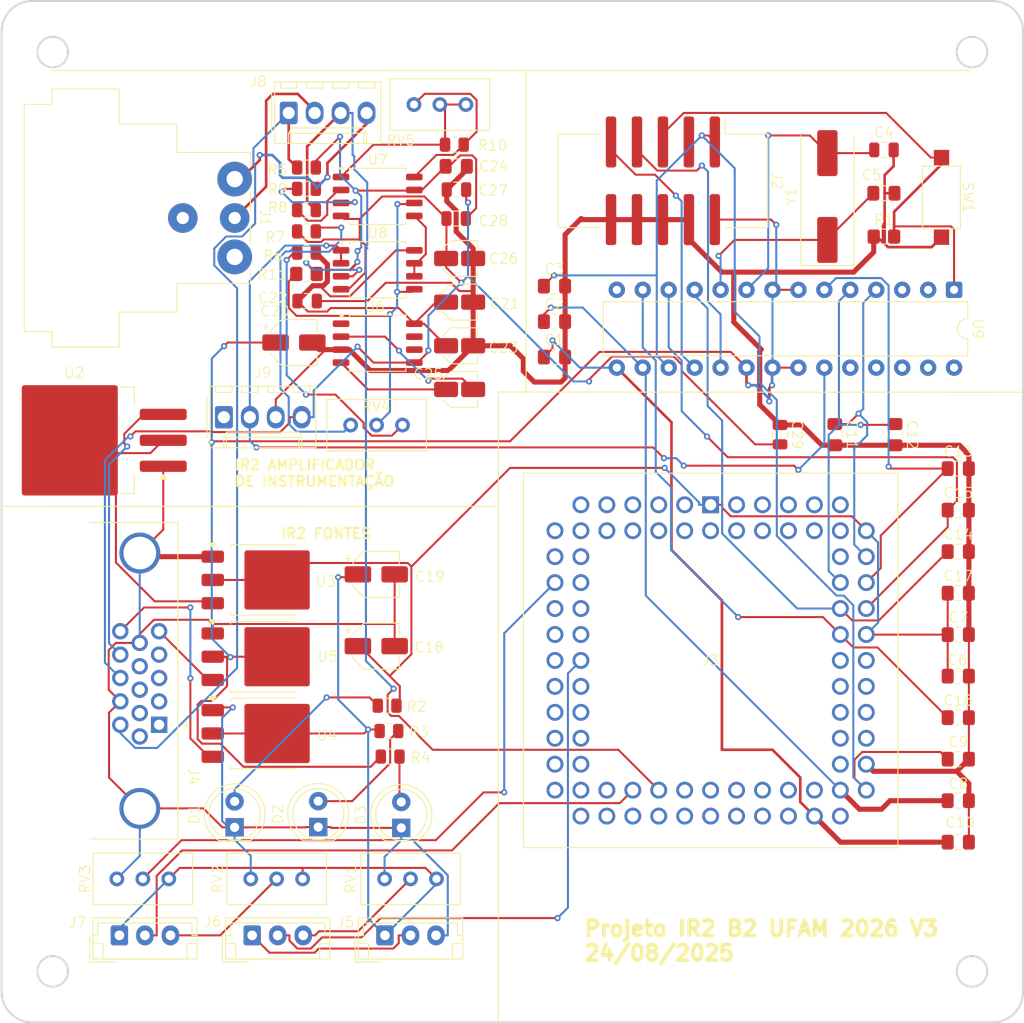
<source format=kicad_pcb>
(kicad_pcb (version 20241229) (generator "pcbnew") (generator_version "9.0")
  (title_block (title "IR2_B2_UFAM") (date "08/08/2025") (rev "V1") (company "UFAM-UFMG"))
  (layers (0 "F.Cu" signal "IR2_F.Cu") (4 "In1.Cu" power "IR2_In1.Cu") (6 "In2.Cu" power "IR2_In2.Cu") (2 "B.Cu" signal " IR2_B.Cu‏") (13 "F.Paste" user) (15 "B.Paste" user) (5 "F.SilkS" user "IR2 B2 UFAM") (7 "B.SilkS" user "IR2 B2 UFAM V2") (1 "F.Mask" user) (3 "B.Mask" user) (25 "Edge.Cuts" user))
  (net 0 "")
  (net 1 "Net-(U6-CAP-)")
  (net 2 "Net-(U6-CAP+)")
  (net 3 "Net-(D1-A)")
  (net 4 "Net-(D2-A)")
  (net 5 "Net-(D3-A)")
  (net 6 "/MODO E_RST E_RDR/E_RDR")
  (net 7 "Net-(J3-RST)")
  (net 8 "GND")
  (net 9 "/A0")
  (net 10 "/MODO E_RST E_RDR/E_RST")
  (net 11 "/A2")
  (net 12 "/Módulo Amplificador de Instrumentação/S+")
  (net 13 "/AC0")
  (net 14 "/A1")
  (net 15 "/Módulo Amplificador de Instrumentação/VOUT")
  (net 16 "/Módulo Amplificador de Instrumentação/S-")
  (net 17 "Net-(R6-Pad1)")
  (net 18 "Net-(R7-Pad2)")
  (net 19 "Net-(R10-Pad1)")
  (net 20 "Net-(R10-Pad2)")
  (net 21 "/MODO E_RST E_RDR/V_LOAD")
  (net 23 "Net-(U9-XTAL1{slash}PB6)")
  (net 24 "Net-(U9-XTAL2{slash}PB7)")
  (net 25 "/SCK")
  (net 26 "/MISO")
  (net 27 "Net-(U2-VO)")
  (net 30 "3,3V")
  (net 31 "/RESET")
  (net 32 "Net-(U7--)")
  (net 33 "/Fontes/3V3IR2")
  (net 34 "/RWS")
  (net 109 "/AC1")
  (net 110 "/AC2")
  (net 111 "Net-(J3-RDR)")
  (net 113 "Net-(U7-+)")
  (net 114 "Net-(U8-2IN+)")
  (net 115 "Net-(U8-1IN+)")
  (net 116 "Net-(U7-Ref)")
  (net 117 "/MODO E_RST E_RDR/3V3")
  (net 118 "Net-(U6-V+)")
  (net 119 "-12V")
  (net 120 "+8V4")
  (net 121 "+12V")
  (net 122 "Net-(BT4-+)")
  (net 123 "Net-(J5-Pin_2)")
  (net 124 "Net-(J6-Pin_3)")
  (net 125 "Net-(J7-Pin_3)")
  (net 126 "Net-(BT3-+)")
  (footprint "Capacitor_SMD:C_0805_2012Metric_Pad1.18x1.45mm_HandSolder" (layer "F.Cu") (at 218.8425 105.662)
    (property "Reference" "C6")
    (property "Value" "100nF")
  )
  (footprint "Package_SO:SOIC-8_5.3x5.3mm_P1.27mm" (layer "F.Cu") (at 162 58.7)
    (property "Reference" "U7")
    (property "Value" "AD620")
  )
  (footprint "Capacitor_SMD:C_0805_2012Metric_Pad1.18x1.45mm_HandSolder" (layer "F.Cu") (at 218.8425 101.598)
    (property "Reference" "C7")
    (property "Value" "100nF")
  )
  (footprint "Resistor_SMD:R_0805_2012Metric" (layer "F.Cu") (at 155.0275 57.9533)
    (property "Reference" "R9")
    (property "Value" "1K")
  )
  (footprint "Resistor_SMD:R_0805_2012Metric_Pad1.20x1.40mm_HandSolder" (layer "F.Cu") (at 155.0275 66.2867)
    (property "Reference" "R11")
    (property "Value" "1K")
  )
  (footprint "Capacitor_SMD:C_0805_2012Metric" (layer "F.Cu") (at 201.39 82.02 -90)
    (property "Reference" "C29")
    (property "Value" "100nF")
  )
  (footprint "Capacitor_SMD:C_Elec_3x5.4" (layer "F.Cu") (at 170.02 77.59)
    (property "Reference" "C25")
    (property "Value" "10uF")
  )
  (footprint "Package_TO_SOT_SMD:TO-263-3_TabPin2" (layer "F.Cu") (at 133.355 82.575 180)
    (property "Reference" "U2")
    (property "Value" "AZ1084-5.0")
  )
  (footprint "Capacitor_SMD:C_Elec_3x5.4" (layer "F.Cu") (at 170.02 64.77)
    (property "Reference" "C26")
    (property "Value" "10uF")
  )
  (footprint "Capacitor_SMD:C_0805_2012Metric_Pad1.18x1.45mm_HandSolder" (layer "F.Cu") (at 218.8425 113.79)
    (property "Reference" "C9")
    (property "Value" "100nF")
  )
  (footprint "Capacitor_SMD:C_0805_2012Metric" (layer "F.Cu") (at 169.71 58.03 180)
    (property "Reference" "C27")
    (property "Value" "100nF")
  )
  (footprint "Resistor_SMD:R_0805_2012Metric" (layer "F.Cu") (at 155.0275 64.2033)
    (property "Reference" "R6")
    (property "Value" "1K")
  )
  (footprint "Package_TO_SOT_SMD:TO-252-3_TabPin2" (layer "F.Cu") (at 150.89 111.275)
    (property "Reference" "U4")
    (property "Value" "AZ1084-3.3")
  )
  (footprint "Package_DIP:DIP-28_W7.62mm" (layer "F.Cu") (at 218.43 67.84 -90)
    (property "Reference" "U9")
    (property "Value" "ir2_U1_Atmega328P")
  )
  (footprint "LED_THT:LED_D5.0mm" (layer "F.Cu") (at 147.99 120.465 90)
    (property "Reference" "D1")
    (property "Value" "LED")
  )
  (footprint "Capacitor_SMD:C_0805_2012Metric_Pad1.18x1.45mm_HandSolder" (layer "F.Cu") (at 218.8425 85.342)
    (property "Reference" "C13")
    (property "Value" "100nF")
  )
  (footprint "Capacitor_SMD:C_Elec_3x5.4" (layer "F.Cu") (at 170.02 69.0433)
    (property "Reference" "C21")
    (property "Value" "10uF")
  )
  (footprint "Capacitor_SMD:C_0805_2012Metric_Pad1.18x1.45mm_HandSolder" (layer "F.Cu") (at 169.6925 55.75)
    (property "Reference" "C24")
    (property "Value" "100nF")
  )
  (footprint "Capacitor_SMD:C_0805_2012Metric" (layer "F.Cu") (at 211.5625 54.14)
    (property "Reference" "C4")
    (property "Value" "22pF")
  )
  (footprint "Button_Switch_SMD:SW_SPST_CK_RS282G05A3" (layer "F.Cu") (at 217.2 58.79 -90)
    (property "Reference" "SW1")
    (property "Value" "IR2_UFAM")
  )
  (footprint "Connector_JST:JST_EH_B3B-EH-A_1x03_P2.50mm_Vertical" (layer "F.Cu") (at 162.71 131.04)
    (property "Reference" "J5")
    (property "Value" "Conn_01x03_Pin")
  )
  (footprint "Capacitor_SMD:C_0805_2012Metric_Pad1.18x1.45mm_HandSolder" (layer "F.Cu") (at 218.8425 89.406)
    (property "Reference" "C15")
    (property "Value" "100nF")
  )
  (footprint "Capacitor_SMD:C_0805_2012Metric_Pad1.18x1.45mm_HandSolder" (layer "F.Cu") (at 212.65 82.02 -90)
    (property "Reference" "C12")
    (property "Value" "100nF")
  )
  (footprint "Capacitor_SMD:C_0805_2012Metric_Pad1.18x1.45mm_HandSolder" (layer "F.Cu") (at 211.5625 58.385)
    (property "Reference" "C5")
    (property "Value" "22pF")
  )
  (footprint "Capacitor_SMD:CP_Elec_4x5.8" (layer "F.Cu") (at 161.86 102.725)
    (property "Reference" "C18")
    (property "Value" "22uF")
  )
  (footprint "Capacitor_SMD:C_0805_2012Metric" (layer "F.Cu") (at 169.68 60.86)
    (property "Reference" "C28")
    (property "Value" "100nF")
  )
  (footprint "Capacitor_SMD:C_0805_2012Metric_Pad1.18x1.45mm_HandSolder" (layer "F.Cu") (at 218.8425 93.47)
    (property "Reference" "C14")
    (property "Value" "100nF")
  )
  (footprint "Resistor_SMD:R_0805_2012Metric_Pad1.20x1.40mm_HandSolder" (layer "F.Cu") (at 211.5625 62.63)
    (property "Reference" "R1")
    (property "Value" "10K")
  )
  (footprint "Connector_JST:JST_EH_B3B-EH-A_1x03_P2.50mm_Vertical" (layer "F.Cu") (at 136.71 131.04)
    (property "Reference" "J7")
    (property "Value" "Conn_01x03_Pin")
  )
  (footprint "Package_TO_SOT_SMD:TO-252-3_TabPin2" (layer "F.Cu") (at 150.89 103.76)
    (property "Reference" "U5")
    (property "Value" "AZ1084-3.3")
  )
  (footprint "Capacitor_SMD:C_0805_2012Metric_Pad1.18x1.45mm_HandSolder" (layer "F.Cu") (at 218.8425 109.726)
    (property "Reference" "C16")
    (property "Value" "100nF")
  )
  (footprint "IR2_Library:ir2_J3_UFAM_PLCC84AT" (layer "F.Cu") (at 194.595 88.885)
    (property "Reference" "J3")
    (property "Value" "IR2_UFAM_V0_PLCC84" (hide yes))
  )
  (footprint "Connector_JST:JST_EH_B3B-EH-A_1x03_P2.50mm_Vertical" (layer "F.Cu") (at 149.71 131.04)
    (property "Reference" "J6")
    (property "Value" "Conn_01x03_Pin")
  )
  (footprint "Potentiometer_THT:Potentiometer_Bourns_3296W_Vertical" (layer "F.Cu") (at 141.545 125.51)
    (property "Reference" "RV3")
    (property "Value" "10K")
  )
  (footprint "Connector_Dsub:DSUB-15-HD_Socket_Horizontal_P2.29x1.90mm_EdgePinOffset3.03mm_Housed_MountingHolesOffset4.94mm" (layer "F.Cu") (at 140.6 110.425 -90)
    (property "Reference" "J4")
    (property "Value" "DE15_Socket_HighDensity_MountingHoles")
  )
  (footprint "Connector_IDC:IDC-Header_2x05_P2.54mm_Vertical_SMD" (layer "F.Cu") (at 189.925 57.165 -90)
    (property "Reference" "J2")
    (property "Value" "USBAsp")
  )
  (footprint "Resistor_SMD:R_0805_2012Metric" (layer "F.Cu") (at 163.22 113.535)
    (property "Reference" "R4")
    (property "Value" "220R")
  )
  (footprint "Connector_Molex:Molex_KK-254_AE-6410-04A_1x04_P2.54mm_Vertical" (layer "F.Cu") (at 153.29 50.5246)
    (property "Reference" "J8")
    (property "Value" "Entrada")
  )
  (footprint "Capacitor_SMD:C_0805_2012Metric_Pad1.18x1.45mm_HandSolder" (layer "F.Cu") (at 206.75 82.02 -90)
    (property "Reference" "C11")
    (property "Value" "100nF")
  )
  (footprint "Capacitor_SMD:C_0805_2012Metric" (layer "F.Cu") (at 155.09 68.94)
    (property "Reference" "C22")
    (property "Value" "100nF")
  )
  (footprint "LED_THT:LED_D5.0mm" (layer "F.Cu") (at 164.31 120.52 90)
    (property "Reference" "D3")
    (property "Value" "LED")
  )
  (footprint "Capacitor_SMD:C_0805_2012Metric_Pad1.18x1.45mm_HandSolder" (layer "F.Cu") (at 218.8425 121.918)
    (property "Reference" "C10")
    (property "Value" "100nF")
  )
  (footprint "Connector_Audio:Jack_XLR_Neutrik_NC3MBH-B_Horizontal" (layer "F.Cu") (at 148 57 -90)
    (property "Reference" "J1")
    (property "Value" "NC3MBH-B" (hide yes))
  )
  (footprint "Potentiometer_THT:Potentiometer_Bourns_3296W_Vertical" (layer "F.Cu") (at 170.63 49.7)
    (property "Reference" "RV5")
    (property "Value" "100K")
  )
  (footprint "Capacitor_SMD:CP_Elec_4x5.8" (layer "F.Cu") (at 161.86 95.695)
    (property "Reference" "C19")
    (property "Value" "22uF")
  )
  (footprint "Capacitor_SMD:C_0805_2012Metric_Pad1.18x1.45mm_HandSolder" (layer "F.Cu") (at 179.31 74.42)
    (property "Reference" "C1")
    (property "Value" "100nF")
  )
  (footprint "Connector_Molex:Molex_KK-254_AE-6410-04A_1x04_P2.54mm_Vertical" (layer "F.Cu") (at 146.94 80.31)
    (property "Reference" "J9")
    (property "Value" "Saída")
  )
  (footprint "Capacitor_SMD:CP_Elec_4x5.8" (layer "F.Cu") (at 153.8 73)
    (property "Reference" "C20")
    (property "Value" "22uF")
  )
  (footprint "Capacitor_SMD:C_0805_2012Metric_Pad1.18x1.45mm_HandSolder" (layer "F.Cu") (at 179.31 70.95)
    (property "Reference" "C2")
    (property "Value" "100nF")
  )
  (footprint "LED_THT:LED_D5.0mm" (layer "F.Cu") (at 156.18 120.44 90)
    (property "Reference" "D2")
    (property "Value" "LED")
  )
  (footprint "Potentiometer_THT:Potentiometer_Bourns_3296W_Vertical" (layer "F.Cu") (at 154.65 125.51)
    (property "Reference" "RV2")
    (property "Value" "10K")
  )
  (footprint "Resistor_SMD:R_0805_2012Metric" (layer "F.Cu") (at 169.5075 53.63)
    (property "Reference" "R10")
    (property "Value" "49,4kR")
  )
  (footprint "Package_TO_SOT_SMD:TO-252-3_TabPin2" (layer "F.Cu") (at 150.89 96.245)
    (property "Reference" "U3")
    (property "Value" "AZ1084-3.3")
  )
  (footprint "Capacitor_SMD:C_Elec_3x5.4" (layer "F.Cu") (at 170.02 73.3167)
    (property "Reference" "C23")
    (property "Value" "10uF")
  )
  (footprint "Package_SO:SOIC-8_5.3x5.3mm_P1.27mm" (layer "F.Cu") (at 162 73.06)
    (property "Reference" "U6")
    (property "Value" "LMC7660")
  )
  (footprint "Potentiometer_THT:Potentiometer_Bourns_3296W_Vertical" (layer "F.Cu") (at 167.755 125.51)
    (property "Reference" "RV1")
    (property "Value" "10K")
  )
  (footprint "Capacitor_SMD:C_0805_2012Metric_Pad1.18x1.45mm_HandSolder" (layer "F.Cu") (at 218.8425 117.854)
    (property "Reference" "C8")
    (property "Value" "100nF")
  )
  (footprint "Capacitor_SMD:C_0805_2012Metric_Pad1.18x1.45mm_HandSolder" (layer "F.Cu") (at 218.8425 97.534)
    (property "Reference" "C17")
    (property "Value" "100nF")
  )
  (footprint "Resistor_SMD:R_0805_2012Metric" (layer "F.Cu") (at 163.1 111.035)
    (property "Reference" "R3")
    (property "Value" "220R")
  )
  (footprint "Capacitor_SMD:C_0805_2012Metric_Pad1.18x1.45mm_HandSolder" (layer "F.Cu") (at 179.31 67.48)
    (property "Reference" "C3")
    (property "Value" "100nF")
  )
  (footprint "Resistor_SMD:R_0805_2012Metric" (layer "F.Cu") (at 155.0275 55.87)
    (property "Reference" "R5")
    (property "Value" "10R")
  )
  (footprint "Potentiometer_THT:Potentiometer_Bourns_3296W_Vertical" (layer "F.Cu") (at 164.43 81.08)
    (property "Reference" "RV4")
    (property "Value" "10K")
  )
  (footprint "Resistor_SMD:R_0805_2012Metric" (layer "F.Cu") (at 162.92 108.555)
    (property "Reference" "R2")
    (property "Value" "220R")
  )
  (footprint "Resistor_SMD:R_0805_2012Metric" (layer "F.Cu") (at 155.0275 62.12)
    (property "Reference" "R7")
    (property "Value" "1K")
  )
  (footprint "IR2_Library:ir2_U8_SOIC-8_5.3x5.3mm_P1.27mm" (layer "F.Cu") (at 162 65.88)
    (property "Reference" "U8")
    (property "Value" "ir2_U8_LM358")
  )
  (footprint "Crystal:Crystal_SMD_HC49-SD" (layer "F.Cu") (at 206.025 58.705 90)
    (property "Reference" "Y1")
    (property "Value" "16MHz")
  )
  (footprint "Resistor_SMD:R_0805_2012Metric" (layer "F.Cu") (at 155.0275 60.0367)
    (property "Reference" "R8")
    (property "Value" "1K")
  )
  (gr_line (start 225.06 77.87) (end 176.53 77.85) (stroke (width 0.1)) (layer "F.SilkS"))
  (gr_line (start 125.34 89.04) (end 173.79 89.05) (stroke (width 0.1)) (layer "F.SilkS"))
  (gr_line (start 130.14 46.37) (end 219.98 46.37) (stroke (width 0.1)) (layer "F.SilkS"))
  (gr_line (start 176.53 77.85) (end 173.8198 77.8404) (stroke (width 0.1)) (layer "F.SilkS"))
  (gr_line (start 173.8198 77.8404) (end 173.81 139.41) (stroke (width 0.1)) (layer "F.SilkS"))
  (gr_line (start 176.53 77.85) (end 176.52 46.44) (stroke (width 0.1)) (layer "F.SilkS"))
  (gr_arc (start 125.182498 42.564998) (mid 126.061177 40.443679) (end 128.182495 39.565) (stroke (width 0.2)) (layer "Edge.Cuts"))
  (gr_circle (center 220.1825 134.565) (end 220.1825 136.065) (stroke (width 0.2)) (fill no) (layer "Edge.Cuts"))
  (gr_arc (start 225.182498 136.564998) (mid 224.303817 138.686318) (end 222.182498 139.565) (stroke (width 0.2)) (layer "Edge.Cuts"))
  (gr_circle (center 220.1825 44.565) (end 220.1825 46.065) (stroke (width 0.2)) (fill no) (layer "Edge.Cuts"))
  (gr_line (start 225.182498 136.564998) (end 225.182498 42.565001) (stroke (width 0.2)) (layer "Edge.Cuts"))
  (gr_line (start 128.182501 139.565) (end 222.182498 139.565) (stroke (width 0.2)) (layer "Edge.Cuts"))
  (gr_circle (center 130.1825 134.565) (end 130.1825 136.065) (stroke (width 0.2)) (fill no) (layer "Edge.Cuts"))
  (gr_arc (start 128.182501 139.565) (mid 126.061179 138.686319) (end 125.182498 136.564998) (stroke (width 0.2)) (layer "Edge.Cuts"))
  (gr_arc (start 222.182497 39.565) (mid 224.303818 40.44368) (end 225.182498 42.565001) (stroke (width 0.2)) (layer "Edge.Cuts"))
  (gr_line (start 125.182498 42.564998) (end 125.182498 136.564998) (stroke (width 0.2)) (layer "Edge.Cuts"))
  (gr_circle (center 130.1825 44.565) (end 130.1825 46.065) (stroke (width 0.2)) (fill no) (layer "Edge.Cuts"))
  (gr_line (start 222.182497 39.565) (end 128.182495 39.565) (stroke (width 0.2)) (layer "Edge.Cuts"))
  (gr_text "Projeto IR2 B2 UFAM 2026 V3\n24/08/2025" (at 182.04 133.66 0) (layer "F.SilkS") (effects (font (size 1.5 1.5) (thickness 0.375) (bold yes)) (justify left bottom)))
  (gr_text "IR2 AMPLIFICADOR \nDE INSTRUMENTAÇÃO" (at 147.9 87.18 0) (layer "F.SilkS") (effects (font (size 1 1) (thickness 0.2) (bold yes)) (justify left bottom)))
  (gr_text "IR2 FONTES" (at 152.42 92.285 0) (layer "F.SilkS") (effects (font (size 1 1) (thickness 0.2) (bold yes)) (justify left bottom)))
  (segment (start 158.4125 74.965) (end 161.0375 77.59) (width 0.2) (layer "F.Cu") (net 1))
  (segment (start 161.0375 77.59) (end 168.695 77.59) (width 0.2) (layer "F.Cu") (net 1))
  (segment (start 170.2923 76.5373) (end 167.158 76.5373) (width 0.2) (layer "F.Cu") (net 2))
  (segment (start 167.158 76.5373) (end 166.9548 76.7405) (width 0.2) (layer "F.Cu") (net 2))
  (segment (start 164.0844 73.7897) (end 162.7197 72.425) (width 0.2) (layer "F.Cu") (net 2))
  (segment (start 171.345 77.59) (end 170.2923 76.5373) (width 0.2) (layer "F.Cu") (net 2))
  (segment (start 162.7197 72.425) (end 158.4125 72.425) (width 0.2) (layer "F.Cu") (net 2))
  (via (at 164.0844 73.7897) (size 0.6) (drill 0.3) (layers "F.Cu" "B.Cu") (net 2))
  (via (at 166.9548 76.7405) (size 0.6) (drill 0.3) (layers "F.Cu" "B.Cu") (net 2))
  (segment (start 166.9548 76.7405) (end 164.0844 73.8701) (width 0.2) (layer "B.Cu") (net 2))
  (segment (start 164.0844 73.8701) (end 164.0844 73.7897) (width 0.2) (layer "B.Cu") (net 2))
  (segment (start 161.2016 107.7491) (end 162.0075 108.555) (width 0.2) (layer "F.Cu") (net 3))
  (segment (start 156.9979 107.7491) (end 161.2016 107.7491) (width 0.2) (layer "F.Cu") (net 3))
  (via (at 156.9979 107.7491) (size 0.6) (drill 0.3) (layers "F.Cu" "B.Cu") (net 3))
  (segment (start 147.99 117.925) (end 147.99 116.757) (width 0.2) (layer "B.Cu") (net 3))
  (segment (start 147.99 116.757) (end 156.9979 107.7491) (width 0.2) (layer "B.Cu") (net 3))
  (segment (start 159.5024 117.9) (end 156.18 117.9) (width 0.2) (layer "F.Cu") (net 4))
  (segment (start 163.22 111.8275) (end 163.22 114.1824) (width 0.2) (layer "F.Cu") (net 4))
  (segment (start 164.0125 111.035) (end 163.22 111.8275) (width 0.2) (layer "F.Cu") (net 4))
  (segment (start 163.22 114.1824) (end 159.5024 117.9) (width 0.2) (layer "F.Cu") (net 4))
  (segment (start 164.31 117.98) (end 164.1325 117.8025) (width 0.2) (layer "F.Cu") (net 5))
  (segment (start 164.1325 117.8025) (end 164.1325 113.535) (width 0.2) (layer "F.Cu") (net 5))
  (segment (start 185.705 118.095) (end 186.975 116.825) (width 0.2) (layer "F.Cu") (net 6))
  (segment (start 139.21 131.04) (end 140.3617 131.04) (width 0.2) (layer "F.Cu") (net 6))
  (segment (start 169.271 122.7257) (end 173.9017 118.095) (width 0.2) (layer "F.Cu") (net 6))
  (segment (start 142.851 122.7257) (end 169.271 122.7257) (width 0.2) (layer "F.Cu") (net 6))
  (segment (start 173.9017 118.095) (end 185.705 118.095) (width 0.2) (layer "F.Cu") (net 6))
  (segment (start 140.3617 131.04) (end 140.3617 125.215) (width 0.2) (layer "F.Cu") (net 6))
  (segment (start 140.3617 125.215) (end 142.851 122.7257) (width 0.2) (layer "F.Cu") (net 6))
  (segment (start 195.7 98.25) (end 190.76 93.31) (width 0.26) (layer "F.Cu") (net 7))
  (segment (start 203.371 115.591) (end 200.65 112.87) (width 0.26) (layer "F.Cu") (net 7))
  (segment (start 204.755 119.365) (end 203.371 117.981) (width 0.26) (layer "F.Cu") (net 7))
  (segment (start 203.371 117.981) (end 203.371 115.591) (width 0.26) (layer "F.Cu") (net 7))
  (segment (start 195.7 112.87) (end 195.7 98.25) (width 0.26) (layer "F.Cu") (net 7))
  (segment (start 217.805 121.918) (end 207.308 121.918) (width 0.5) (layer "F.Cu") (net 7))
  (segment (start 178.2725 74.42) (end 179.1139 73.5786) (width 0.2) (layer "F.Cu") (net 7))
  (segment (start 200.65 112.87) (end 195.7 112.87) (width 0.26) (layer "F.Cu") (net 7))
  (segment (start 190.76 93.31) (end 190.76 80.81) (width 0.26) (layer "F.Cu") (net 7))
  (segment (start 207.308 121.918) (end 204.755 119.365) (width 0.5) (layer "F.Cu") (net 7))
  (segment (start 190.76 80.81) (end 185.41 75.46) (width 0.26) (layer "F.Cu") (net 7))
  (segment (start 179.1139 73.5786) (end 179.1139 72.7878) (width 0.2) (layer "F.Cu") (net 7))
  (via (at 179.1139 72.7878) (size 0.6) (drill 0.3) (layers "F.Cu" "B.Cu") (net 7))
  (segment (start 181.7861 75.46) (end 185.41 75.46) (width 0.2) (layer "B.Cu") (net 7))
  (segment (start 179.1139 72.7878) (end 181.7861 75.46) (width 0.2) (layer "B.Cu") (net 7))
  (segment (start 210.562 62.63) (end 210.5625 62.63) (width 0.26) (layer "F.Cu") (net 8))
  (segment (start 151.08 49.32) (end 151.08 57.73) (width 0.26) (layer "F.Cu") (net 8))
  (segment (start 174.987 73.3167) (end 176.26 74.59) (width 0.5) (layer "F.Cu") (net 8))
  (segment (start 145.85 93.965) (end 139.065 93.965) (width 0.5) (layer "F.Cu") (net 8))
  (segment (start 135.6983 115.5983) (end 135.6983 109.2367) (width 0.2) (layer "F.Cu") (net 8))
  (segment (start 212.65 83.0575) (end 218.958 83.0575) (width 0.5) (layer "F.Cu") (net 8))
  (segment (start 180.348 71.0835) (end 180.348 66.9534) (width 0.5) (layer "F.Cu") (net 8))
  (segment (start 219.88 89.406) (end 219.88 93.47) (width 0.5) (layer "F.Cu") (net 8))
  (segment (start 156.295 73.695) (end 155.6 73) (width 0.5) (layer "F.Cu") (net 8))
  (segment (start 180.3475 74.42) (end 180.348 74.42) (width 0.2) (layer "F.Cu") (net 8))
  (segment (start 210.5625 62.63) (end 210.89 62.63) (width 0.26) (layer "F.Cu") (net 8))
  (segment (start 168.921 75.741) (end 161.271 75.741) (width 0.5) (layer "F.Cu") (net 8))
  (segment (start 144.9333 118.61) (end 146.7883 120.465) (width 0.2) (layer "F.Cu") (net 8))
  (segment (start 219.88 113.79) (end 219.88 109.726) (width 0.2) (layer "F.Cu") (net 8))
  (segment (start 162.7829 67.15) (end 169.1797 67.15) (width 0.2) (layer "F.Cu") (net 8))
  (segment (start 168.76 58.03) (end 168.76 59.1667) (width 0.5) (layer "F.Cu") (net 8))
  (segment (start 206.75 83.0575) (end 212.65 83.0575) (width 0.5) (layer "F.Cu") (net 8))
  (segment (start 211.632 56.6085) (end 212.51 55.73) (width 0.26) (layer "F.Cu") (net 8))
  (segment (start 145.85 100.5565) (end 145.85 101.48) (width 0.2) (layer "F.Cu") (net 8))
  (segment (start 219.88 113.79) (end 218.69 114.98) (width 0.5) (layer "F.Cu") (net 8))
  (segment (start 146.1246 108.7204) (end 145.85 108.995) (width 0.2) (layer "F.Cu") (net 8))
  (segment (start 201.39 81.07) (end 203.5 81.07) (width 0.5) (layer "F.Cu") (net 8))
  (segment (start 180.348 66.9534) (end 180.348 62.4325) (width 0.5) (layer "F.Cu") (net 8))
  (segment (start 147.99 120.465) (end 154.9533 120.465) (width 0.2) (layer "F.Cu") (net 8))
  (segment (start 219.88 116.17) (end 218.69 114.98) (width 0.5) (layer "F.Cu") (net 8))
  (segment (start 180.348 76.4725) (end 180.348 74.42) (width 0.5) (layer "F.Cu") (net 8))
  (segment (start 210.53 114.98) (end 209.835 114.285) (width 0.5) (layer "F.Cu") (net 8))
  (segment (start 211.686 58.385) (end 211.632 58.33) (width 0.26) (layer "F.Cu") (net 8))
  (segment (start 156.8972 73.695) (end 152.02 78.5722) (width 0.2) (layer "F.Cu") (net 8))
  (segment (start 212.51 54.1425) (end 212.512 54.14) (width 0.26) (layer "F.Cu") (net 8))
  (segment (start 171.345 73.3167) (end 171.345 69.0433) (width 0.5) (layer "F.Cu") (net 8))
  (segment (start 156.8972 73.695) (end 156.295 73.695) (width 0.5) (layer "F.Cu") (net 8))
  (segment (start 180.348 74.42) (end 180.348 71.0835) (width 0.5) (layer "F.Cu") (net 8))
  (segment (start 171.345 73.3167) (end 168.921 75.741) (width 0.5) (layer "F.Cu") (net 8))
  (segment (start 212.5125 54.14) (end 212.512 54.14) (width 0.2) (layer "F.Cu") (net 8))
  (segment (start 180.348 71.0835) (end 180.348 70.9505) (width 0.2) (layer "F.Cu") (net 8))
  (segment (start 210.562 64.1475) (end 210.562 62.63) (width 0.5) (layer "F.Cu") (net 8))
  (segment (start 187.385 60.965) (end 189.925 60.965) (width 0.5) (layer "F.Cu") (net 8))
  (segment (start 141.005 91.315) (end 138.71 93.61) (width 0.2) (layer "F.Cu") (net 8))
  (segment (start 211.632 61.2693) (end 211.444 61.4573) (width 0.2) (layer "F.Cu") (net 8))
  (segment (start 180.348 70.9505) (end 180.3475 70.95) (width 0.2) (layer "F.Cu") (net 8))
  (segment (start 211.632 58.33) (end 211.632 56.6085) (width 0.26) (layer "F.Cu") (net 8))
  (segment (start 179.95 76.87) (end 180.348 76.4725) (width 0.5) (layer "F.Cu") (net 8))
  (segment (start 196.859 70.989) (end 196.859 66.199) (width 0.5) (layer "F.Cu") (net 8))
  (segment (start 216.229 63.661) (end 211.965 63.661) (width 0.26) (layer "F.Cu") (net 8))
  (segment (start 147.99 120.465) (end 146.7883 120.465) (width 0.2) (layer "F.Cu") (net 8))
  (segment (start 163.66 100.5565) (end 163.66 95.695) (width 0.2) (layer "F.Cu") (net 8))
  (segment (start 176.26 74.59) (end 176.26 75.8) (width 0.5) (layer "F.Cu") (net 8))
  (segment (start 170.73 56.06) (end 168.76 58.03) (width 0.5) (layer "F.Cu") (net 8))
  (segment (start 182.025 60.965) (end 184.845 60.965) (width 0.5) (layer "F.Cu") (net 8))
  (segment (start 218.69 114.98) (end 210.53 114.98) (width 0.5) (layer "F.Cu") (net 8))
  (segment (start 151.08 57.73) (end 148 60.81) (width 0.26) (layer "F.Cu") (net 8))
  (segment (start 145.4375 100.144) (end 145.85 100.5565) (width 0.2) (layer "F.Cu") (net 8))
  (segment (start 181.92 60.86) (end 182.025 60.965) (width 0.5) (layer "F.Cu") (net 8))
  (segment (start 154.9533 120.465) (end 154.9783 120.44) (width 0.2) (layer "F.Cu") (net 8))
  (segment (start 138.71 118.61) (end 135.6983 115.5983) (width 0.2) (layer "F.Cu") (net 8))
  (segment (start 171.345 63.795) (end 171.345 64.77) (width 0.5) (layer "F.Cu") (net 8))
  (segment (start 189.925 60.965) (end 192.465 60.965) (width 0.5) (layer "F.Cu") (net 8))
  (segment (start 151.74 48.66) (end 151.08 49.32) (width 0.26) (layer "F.Cu") (net 8))
  (segment (start 136.3721 102.41) (end 138.7 102.41) (width 0.2) (layer "F.Cu") (net 8))
  (segment (start 164.31 120.52) (end 157.4617 120.52) (width 0.2) (layer "F.Cu") (net 8))
  (segment (start 156.04 68.94) (end 160.9929 68.94) (width 0.2) (layer "F.Cu") (net 8))
  (segment (start 163.66 102.725) (end 163.66 100.5565) (width 0.2) (layer "F.Cu") (net 8))
  (segment (start 155.83 50.5247) (end 155.83 50.5246) (width 0.26) (layer "F.Cu") (net 8))
  (segment (start 211.632 61.2693) (end 211.632 58.33) (width 0.26) (layer "F.Cu") (net 8))
  (segment (start 219.88 121.918) (end 219.88 117.854) (width 0.2) (layer "F.Cu") (net 8))
  (segment (start 205.488 83.0575) (end 206.75 83.0575) (width 0.5) (layer "F.Cu") (net 8))
  (segment (start 163.66 100.5565) (end 145.85 100.5565) (width 0.2) (layer "F.Cu") (net 8))
  (segment (start 169.1797 67.15) (end 169.9917 67.962) (width 0.2) (layer "F.Cu") (net 8))
  (segment (start 212.6 58.385) (end 211.686 58.385) (width 0.26) (layer "F.Cu") (net 8))
  (segment (start 169.68 60.0867) (end 169.68 62.13) (width 0.5) (layer "F.Cu") (net 8))
  (segment (start 171.345 64.77) (end 171.345 67.962) (width 0.5) (layer "F.Cu") (net 8))
  (segment (start 219.88 105.662) (end 219.88 101.598) (width 0.2) (layer "F.Cu") (net 8))
  (segment (start 140.0979 100.144) (end 145.4375 100.144) (width 0.2) (layer "F.Cu") (net 8))
  (segment (start 159.225 73.695) (end 158.4125 73.695) (width 0.5) (layer "F.Cu") (net 8))
  (segment (start 219.88 105.662) (end 219.88 109.726) (width 0.2) (layer "F.Cu") (net 8))
  (segment (start 208.6 66.11) (end 210.562 64.1475) (width 0.5) (layer "F.Cu") (net 8))
  (segment (start 154.17 48.66) (end 151.74 48.66) (width 0.26) (layer "F.Cu") (net 8))
  (segment (start 168.76 59.1667) (end 169.68 60.0867) (width 0.5) (layer "F.Cu") (net 8))
  (segment (start 155.83 50.32) (end 154.17 48.66) (width 0.26) (layer "F.Cu") (net 8))
  (segment (start 192.465 62.875) (end 195.7 66.11) (width 0.5) (layer "F.Cu") (net 8))
  (segment (start 136.8 108.135) (end 135.6636 106.9986) (width 0.2) (layer "F.Cu") (net 8))
  (segment (start 180.348 67.4795) (end 180.348 66.9534) (width 0.2) (layer "F.Cu") (net 8))
  (segment (start 169.9917 67.962) (end 171.345 67.962) (width 0.2) (layer "F.Cu") (net 8))
  (segment (start 219.88 85.342) (end 219.88 89.406) (width 0.5) (layer "F.Cu") (net 8))
  (segment (start 196.859 66.199) (end 196.77 66.11) (width 0.5) (layer "F.Cu") (net 8))
  (segment (start 180.3475 67.48) (end 180.348 67.4795) (width 0.2) (layer "F.Cu") (net 8))
  (segment (start 156.18 120.44) (end 157.3817 120.44) (width 0.2) (layer "F.Cu") (net 8))
  (segment (start 176.26 75.8) (end 177.33 76.87) (width 0.5) (layer "F.Cu") (net 8))
  (segment (start 171.345 67.962) (end 171.345 69.0433) (width 0.5) (layer "F.Cu") (net 8))
  (segment (start 169.68 62.13) (end 171.345 63.795) (width 0.5) (layer "F.Cu") (net 8))
  (segment (start 157.4617 120.52) (end 157.3817 120.44) (width 0.2) (layer "F.Cu") (net 8))
  (segment (start 135.6636 103.1185) (end 136.3721 102.41) (width 0.2) (layer "F.Cu") (net 8))
  (segment (start 184.845 60.965) (end 187.385 60.965) (width 0.5) (layer "F.Cu") (net 8))
  (segment (start 177.33 76.87) (end 179.95 76.87) (width 0.5) (layer "F.Cu") (net 8))
  (segment (start 138.7 101.5419) (end 140.0979 100.144) (width 0.2) (layer "F.Cu") (net 8))
  (segment (start 219.88 93.47) (end 219.88 97.534) (width 0.5) (layer "F.Cu") (net 8))
  (segment (start 199.55 73.68) (end 196.859 70.989) (width 0.5) (layer "F.Cu") (net 8))
  (segment (start 152.02 78.5722) (end 152.02 80.31) (width 0.2) (layer "F.Cu") (net 8))
  (segment (start 219.6 83.79) (end 219.88 84.07) (width 0.5) (layer "F.Cu") (net 8))
  (segment (start 138.7 102.41) (end 138.7 101.5419) (width 0.2) (layer "F.Cu") (net 8))
  (segment (start 158.4125 73.695) (end 156.8972 73.695) (width 0.5) (layer "F.Cu") (net 8))
  (segment (start 217.2 62.69) (end 216.229 63.661) (width 0.26) (layer "F.Cu") (net 8))
  (segment (start 139.065 93.965) (end 138.71 93.61) (width 0.5) (layer "F.Cu") (net 8))
  (segment (start 219.88 84.07) (end 219.88 85.342) (width 0.5) (layer "F.Cu") (net 8))
  (segment (start 219.88 97.534) (end 219.88 101.598) (width 0.5) (layer "F.Cu") (net 8))
  (segment (start 196.77 66.11) (end 208.6 66.11) (width 0.5) (layer "F.Cu") (net 8))
  (segment (start 218.958 83.0575) (end 219.6 83.7) (width 0.5) (layer "F.Cu") (net 8))
  (segment (start 211.632 63.3276) (end 211.632 61.2693) (width 0.26) (layer "F.Cu") (net 8))
  (segment (start 211.42 63.16) (end 211.444 63.1365) (width 0.26) (layer "F.Cu") (net 8))
  (segment (start 219.88 117.854) (end 219.88 116.17) (width 0.5) (layer "F.Cu") (net 8))
  (segment (start 195.7 66.11) (end 196.77 66.11) (width 0.5) (layer "F.Cu") (net 8))
  (segment (start 161.271 75.741) (end 159.225 73.695) (width 0.5) (layer "F.Cu") (net 8))
  (segment (start 135.6636 106.9986) (end 135.6636 103.1185) (width 0.2) (layer "F.Cu") (net 8))
  (segment (start 211.444 61.4573) (end 211.444 63.1365) (width 0.2) (layer "F.Cu") (net 8))
  (segment (start 155.83 50.5246) (end 155.83 50.32) (width 0.26) (layer "F.Cu") (net 8))
  (segment (start 199.399 73.831) (end 199.55 73.68) (width 0.5) (layer "F.Cu") (net 8))
  (segment (start 210.89 62.63) (end 211.42 63.16) (width 0.26) (layer "F.Cu") (net 8))
  (segment (start 170.73 55.75) (end 170.73 56.06) (width 0.5) (layer "F.Cu") (net 8))
  (segment (start 201.39 81.07) (end 199.399 79.079) (width 0.5) (layer "F.Cu") (net 8))
  (segment (start 212.51 55.73) (end 212.51 54.1425) (width 0.26) (layer "F.Cu") (net 8))
  (segment (start 199.399 79.079) (end 199.399 73.831) (width 0.5) (layer "F.Cu") (net 8))
  (segment (start 141.005 85.115) (end 141.005 91.315) (width 0.2) (layer "F.Cu") (net 8))
  (segment (start 147.8049 108.7204) (end 146.1246 108.7204) (width 0.2) (layer "F.Cu") (net 8))
  (segment (start 160.9929 68.94) (end 162.7829 67.15) (width 0.2) (layer "F.Cu") (net 8))
  (segment (start 203.5 81.07) (end 205.488 83.0575) (width 0.5) (layer "F.Cu") (net 8))
  (segment (start 135.6983 109.2367) (end 136.8 108.135) (width 0.2) (layer "F.Cu") (net 8))
  (segment (start 192.465 60.965) (end 192.465 62.875) (width 0.5) (layer "F.Cu") (net 8))
  (segment (start 211.965 63.661) (end 211.632 63.3276) (width 0.26) (layer "F.Cu") (net 8))
  (segment (start 219.6 83.7) (end 219.6 83.79) (width 0.5) (layer "F.Cu") (net 8))
  (segment (start 138.71 118.61) (end 144.9333 118.61) (width 0.2) (layer "F.Cu") (net 8))
  (segment (start 171.345 73.3167) (end 174.987 73.3167) (width 0.5) (layer "F.Cu") (net 8))
  (segment (start 156.18 120.44) (end 154.9783 120.44) (width 0.2) (layer "F.Cu") (net 8))
  (segment (start 180.348 62.4325) (end 181.92 60.86) (width 0.5) (layer "F.Cu") (net 8))
  (via (at 147.8049 108.7204) (size 0.6) (drill 0.3) (layers "F.Cu" "B.Cu") (net 8))
  (segment (start 147.99 120.465) (end 147.99 121.0658) (width 0.2) (layer "B.Cu") (net 8))
  (segment (start 167.71 131.04) (end 168.8617 131.04) (width 0.2) (layer "B.Cu") (net 8))
  (segment (start 136.465 125.51) (end 138.71 123.265) (width 0.2) (layer "B.Cu") (net 8))
  (segment (start 146.7692 109.7561) (end 147.8049 108.7204) (width 0.2) (layer "B.Cu") (net 8))
  (segment (start 164.31 120.52) (end 164.31 121.7217) (width 0.2) (layer "B.Cu") (net 8))
  (segment (start 138.71 123.265) (end 138.71 118.61) (width 0.2) (layer "B.Cu") (net 8))
  (segment (start 164.31 121.7217) (end 162.675 123.3567) (width 0.2) (layer "B.Cu") (net 8))
  (segment (start 147.99 121.0658) (end 147.99 121.6667) (width 0.2) (layer "B.Cu") (net 8))
  (segment (start 138.7 102.41) (end 138.7 93.62) (width 0.2) (layer "B.Cu") (net 8))
  (segment (start 162.675 123.3567) (end 162.675 125.51) (width 0.2) (layer "B.Cu") (net 8))
  (segment (start 147.99 121.0658) (end 146.7692 119.845) (width 0.2) (layer "B.Cu") (net 8))
  (segment (start 147.99 121.6667) (end 149.57 123.2467) (width 0.2) (layer "B.Cu") (net 8))
  (segment (start 138.7 93.62) (end 138.71 93.61) (width 0.2) (layer "B.Cu") (net 8))
  (segment (start 165.4245 121.7217) (end 164.31 121.7217) (width 0.2) (layer "B.Cu") (net 8))
  (segment (start 149.57 123.2467) (end 149.57 125.51) (width 0.2) (layer "B.Cu") (net 8))
  (segment (start 146.7692 119.845) (end 146.7692 109.7561) (width 0.2) (layer "B.Cu") (net 8))
  (segment (start 168.8617 125.1589) (end 165.4245 121.7217) (width 0.2) (layer "B.Cu") (net 8))
  (segment (start 168.8617 131.04) (end 168.8617 125.1589) (width 0.2) (layer "B.Cu") (net 8))
  (segment (start 208.0458 80.9825) (end 209.0744 79.9539) (width 0.2) (layer "F.Cu") (net 9))
  (segment (start 206.75 80.9825) (end 208.0458 80.9825) (width 0.2) (layer "F.Cu") (net 9))
  (via (at 209.0744 79.9539) (size 0.6) (drill 0.3) (layers "F.Cu" "B.Cu") (net 9))
  (segment (start 209.9198 82.094) (end 209.9198 80.7993) (width 0.2) (layer "B.Cu") (net 9))
  (segment (start 209.835 93.965) (end 208.6558 92.7858) (width 0.2) (layer "B.Cu") (net 9))
  (segment (start 209.54 69.11) (end 210.81 67.84) (width 0.2) (layer "B.Cu") (net 9))
  (segment (start 209.54 79.4883) (end 209.54 69.11) (width 0.2) (layer "B.Cu") (net 9))
  (segment (start 209.0744 79.9539) (end 209.54 79.4883) (width 0.2) (layer "B.Cu") (net 9))
  (segment (start 208.6558 83.358) (end 209.9198 82.094) (width 0.2) (layer "B.Cu") (net 9))
  (segment (start 208.6558 92.7858) (end 208.6558 83.358) (width 0.2) (layer "B.Cu") (net 9))
  (segment (start 209.9198 80.7993) (end 209.0744 79.9539) (width 0.2) (layer "B.Cu") (net 9))
  (segment (start 153.3617 131.5563) (end 154.1391 132.3337) (width 0.2) (layer "F.Cu") (net 10))
  (segment (start 152.21 131.04) (end 153.3617 131.04) (width 0.2) (layer "F.Cu") (net 10))
  (segment (start 156.5538 131.2399) (end 160.4036 131.2399) (width 0.2) (layer "F.Cu") (net 10))
  (segment (start 154.1391 132.3337) (end 155.46 132.3337) (width 0.2) (layer "F.Cu") (net 10))
  (segment (start 155.46 132.3337) (end 156.5538 131.2399) (width 0.2) (layer "F.Cu") (net 10))
  (segment (start 162.2934 129.3501) (end 179.6034 129.3501) (width 0.2) (layer "F.Cu") (net 10))
  (segment (start 153.3617 131.04) (end 153.3617 131.5563) (width 0.2) (layer "F.Cu") (net 10))
  (segment (start 160.4036 131.2399) (end 162.2934 129.3501) (width 0.2) (layer "F.Cu") (net 10))
  (via (at 179.6034 129.3501) (size 0.6) (drill 0.3) (layers "F.Cu" "B.Cu") (net 10))
  (segment (start 179.6034 129.3501) (end 180.625 128.3285) (width 0.2) (layer "B.Cu") (net 10))
  (segment (start 180.625 105.395) (end 181.895 104.125) (width 0.2) (layer "B.Cu") (net 10))
  (segment (start 180.625 128.3285) (end 180.625 105.395) (width 0.2) (layer "B.Cu") (net 10))
  (segment (start 217.805 85.342) (end 211.2498 91.8972) (width 0.2) (layer "F.Cu") (net 11))
  (segment (start 217.805 85.342) (end 212.2199 85.342) (width 0.2) (layer "F.Cu") (net 11))
  (segment (start 212.2199 85.342) (end 212.0215 85.1436) (width 0.2) (layer "F.Cu") (net 11))
  (segment (start 211.2498 91.8972) (end 211.2498 95.0902) (width 0.2) (layer "F.Cu") (net 11))
  (segment (start 211.2498 95.0902) (end 209.835 96.505) (width 0.2) (layer "F.Cu") (net 11))
  (via (at 212.0215 85.1436) (size 0.6) (drill 0.3) (layers "F.Cu" "B.Cu") (net 11))
  (segment (start 211.2895 66.6891) (end 206.8809 66.6891) (width 0.2) (layer "B.Cu") (net 11))
  (segment (start 212.0215 85.1436) (end 212.0215 67.4211) (width 0.2) (layer "B.Cu") (net 11))
  (segment (start 212.0215 67.4211) (end 211.2895 66.6891) (width 0.2) (layer "B.Cu") (net 11))
  (segment (start 206.8809 66.6891) (end 205.73 67.84) (width 0.2) (layer "B.Cu") (net 11))
  (segment (start 157.08 55.42) (end 157.08 56.8133) (width 0.26) (layer "F.Cu") (net 12))
  (segment (start 148 57) (end 148.59 57) (width 0.26) (layer "F.Cu") (net 12))
  (segment (start 155.94 57.9533) (end 157.08 56.8133) (width 0.2) (layer "F.Cu") (net 12))
  (segment (start 150.45 55.14) (end 150.45 54.64) (width 0.26) (layer "F.Cu") (net 12))
  (segment (start 148.59 57) (end 150.45 55.14) (width 0.26) (layer "F.Cu") (net 12))
  (segment (start 160.91 50.5247) (end 160.91 51.59) (width 0.26) (layer "F.Cu") (net 12))
  (segment (start 160.91 51.59) (end 157.08 55.42) (width 0.26) (layer "F.Cu") (net 12))
  (segment (start 160.91 50.5246) (end 160.91 50.5247) (width 0.2) (layer "F.Cu") (net 12))
  (via (at 157.08 56.8133) (size 0.6) (drill 0.3) (layers "F.Cu" "B.Cu") (net 12))
  (via (at 150.45 54.64) (size 0.6) (drill 0.3) (layers "F.Cu" "B.Cu") (net 12))
  (segment (start 151.68 54.64) (end 152.44 55.4) (width 0.26) (layer "B.Cu") (net 12))
  (segment (start 152.44 55.4) (end 152.44 56.62) (width 0.26) (layer "B.Cu") (net 12))
  (segment (start 152.44 56.62) (end 152.69 56.87) (width 0.26) (layer "B.Cu") (net 12))
  (segment (start 157.07 56.8) (end 157.07 56.8033) (width 0.26) (layer "B.Cu") (net 12))
  (segment (start 155.95 57.68) (end 155.95 57.92) (width 0.26) (layer "B.Cu") (net 12))
  (segment (start 155.14 56.87) (end 155.95 57.68) (width 0.26) (layer "B.Cu") (net 12))
  (segment (start 155.95 57.92) (end 157.07 56.8) (width 0.26) (layer "B.Cu") (net 12))
  (segment (start 152.69 56.87) (end 155.14 56.87) (width 0.26) (layer "B.Cu") (net 12))
  (segment (start 150.45 54.64) (end 151.68 54.64) (width 0.26) (layer "B.Cu") (net 12))
  (segment (start 157.07 56.8033) (end 157.08 56.8133) (width 0.26) (layer "B.Cu") (net 12))
  (segment (start 211.0685 100.2065) (end 217.805 93.47) (width 0.2) (layer "F.Cu") (net 13))
  (segment (start 207.295 99.045) (end 208.4565 100.2065) (width 0.2) (layer "F.Cu") (net 13))
  (segment (start 208.4565 100.2065) (end 211.0685 100.2065) (width 0.2) (layer "F.Cu") (net 13))
  (segment (start 193.03 67.84) (end 193.03 68.4079) (width 0.2) (layer "B.Cu") (net 13))
  (segment (start 193.03 68.4079) (end 194.3 69.6779) (width 0.2) (layer "B.Cu") (net 13))
  (segment (start 194.3 79.2136) (end 195.7235 80.6371) (width 0.2) (layer "B.Cu") (net 13))
  (segment (start 195.7235 91.6956) (end 203.0729 99.045) (width 0.2) (layer "B.Cu") (net 13))
  (segment (start 203.0729 99.045) (end 207.295 99.045) (width 0.2) (layer "B.Cu") (net 13))
  (segment (start 195.7235 80.6371) (end 195.7235 91.6956) (width 0.2) (layer "B.Cu") (net 13))
  (segment (start 194.3 69.6779) (end 194.3 79.2136) (width 0.2) (layer "B.Cu") (net 13))
  (segment (start 212.572 81.0605) (end 209.285 81.0605) (width 0.2) (layer "F.Cu") (net 14))
  (segment (start 212.65 80.9825) (end 212.572 81.0605) (width 0.2) (layer "F.Cu") (net 14))
  (via (at 209.285 81.0605) (size 0.6) (drill 0.3) (layers "F.Cu" "B.Cu") (net 14))
  (segment (start 207.1585 81.0605) (end 207.1585 68.9515) (width 0.2) (layer "B.Cu") (net 14))
  (segment (start 207.295 96.505) (end 206.1498 95.3598) (width 0.2) (layer "B.Cu") (net 14))
  (segment (start 206.1498 82.0692) (end 207.1585 81.0605) (width 0.2) (layer "B.Cu") (net 14))
  (segment (start 207.1585 81.0605) (end 209.285 81.0605) (width 0.2) (layer "B.Cu") (net 14))
  (segment (start 206.1498 95.3598) (end 206.1498 82.0692) (width 0.2) (layer "B.Cu") (net 14))
  (segment (start 207.1585 68.9515) (end 208.27 67.84) (width 0.2) (layer "B.Cu") (net 14))
  (segment (start 188.971 83.2691) (end 150.1324 83.2691) (width 0.2) (layer "F.Cu") (net 15))
  (segment (start 203.1802 85.4731) (end 202.7654 85.0583) (width 0.2) (layer "F.Cu") (net 15))
  (segment (start 190.0243 84.3224) (end 188.971 83.2691) (width 0.2) (layer "F.Cu") (net 15))
  (segment (start 202.7654 85.0583) (end 191.963 85.0583) (width 0.2) (layer "F.Cu") (net 15))
  (segment (start 158.4125 63.975) (end 158.4125 65.245) (width 0.2) (layer "F.Cu") (net 15))
  (segment (start 156.9752 63.5104) (end 157.9479 63.5104) (width 0.2) (layer "F.Cu") (net 15))
  (segment (start 157.9479 63.5104) (end 158.4125 63.975) (width 0.2) (layer "F.Cu") (net 15))
  (via (at 156.9752 63.5104) (size 0.6) (drill 0.3) (layers "F.Cu" "B.Cu") (net 15))
  (via (at 190.0243 84.3224) (size 0.6) (drill 0.3) (layers "F.Cu" "B.Cu") (net 15))
  (via (at 150.1324 83.2691) (size 0.6) (drill 0.3) (layers "F.Cu" "B.Cu") (net 15))
  (via (at 203.1802 85.4731) (size 0.6) (drill 0.3) (layers "F.Cu" "B.Cu") (net 15))
  (via (at 191.963 85.0583) (size 0.6) (drill 0.3) (layers "F.Cu" "B.Cu") (net 15))
  (segment (start 150.1324 83.2691) (end 149.48 82.6167) (width 0.2) (layer "B.Cu") (net 15))
  (segment (start 149.48 82.6167) (end 149.48 80.31) (width 0.2) (layer "B.Cu") (net 15))
  (segment (start 191.2271 84.3224) (end 190.0243 84.3224) (width 0.2) (layer "B.Cu") (net 15))
  (segment (start 149.48 66.978) (end 152.9476 63.5104) (width 0.2) (layer "B.Cu") (net 15))
  (segment (start 205.73 82.9233) (end 203.1802 85.4731) (width 0.2) (layer "B.Cu") (net 15))
  (segment (start 152.9476 63.5104) (end 156.9752 63.5104) (width 0.2) (layer "B.Cu") (net 15))
  (segment (start 149.48 80.31) (end 149.48 66.978) (width 0.2) (layer "B.Cu") (net 15))
  (segment (start 205.73 75.46) (end 205.73 82.9233) (width 0.2) (layer "B.Cu") (net 15))
  (segment (start 191.963 85.0583) (end 191.2271 84.3224) (width 0.2) (layer "B.Cu") (net 15))
  (segment (start 164.0697 109.5577) (end 163.3206 109.5577) (width 0.2) (layer "F.Cu") (net 16))
  (segment (start 167.3837 112.8717) (end 164.0697 109.5577) (width 0.2) (layer "F.Cu") (net 16))
  (segment (start 158.37 50.5246) (end 158.37 50.5247) (width 0.2) (layer "F.Cu") (net 16))
  (segment (start 185.5617 112.8717) (end 167.3837 112.8717) (width 0.2) (layer "F.Cu") (net 16))
  (segment (start 155.096 53.7982) (end 155.096 59.1932) (width 0.26) (layer "F.Cu") (net 16))
  (segment (start 155.096 59.1932) (end 155.94 60.0367) (width 0.26) (layer "F.Cu") (net 16))
  (segment (start 162.9701 109.2072) (end 162.9701 107.4862) (width 0.2) (layer "F.Cu") (net 16))
  (segment (start 163.3206 109.5577) (end 162.9701 109.2072) (width 0.2) (layer "F.Cu") (net 16))
  (segment (start 158.37 50.5247) (end 155.096 53.7982) (width 0.26) (layer "F.Cu") (net 16))
  (segment (start 162.9701 107.4862) (end 163.5634 106.8929) (width 0.2) (layer "F.Cu") (net 16))
  (segment (start 189.515 116.825) (end 185.5617 112.8717) (width 0.2) (layer "F.Cu") (net 16))
  (via (at 163.5634 106.8929) (size 0.6) (drill 0.3) (layers "F.Cu" "B.Cu") (net 16))
  (segment (start 160.9731 63.7684) (end 160.8083 63.6036) (width 0.2) (layer "B.Cu") (net 16))
  (segment (start 159.5432 50.5261) (end 159.5417 50.5246) (width 0.2) (layer "B.Cu") (net 16))
  (segment (start 160.9746 57.3237) (end 160.8098 57.1589) (width 0.2) (layer "B.Cu") (net 16))
  (segment (start 160.9731 63.7684) (end 160.8495 63.892) (width 0.2) (layer "B.Cu") (net 16))
  (segment (start 159.708 54.7748) (end 159.5432 54.61) (width 0.2) (layer "B.Cu") (net 16))
  (segment (start 160.9746 57.3237) (end 160.8098 57.1589) (width 0.2) (layer "B.Cu") (net 16))
  (segment (start 160.8098 57.1589) (end 159.708 56.0571) (width 0.2) (layer "B.Cu") (net 16))
  (segment (start 160.8083 63.6036) (end 160.9746 63.4373) (width 0.2) (layer "B.Cu") (net 16))
  (segment (start 160.9746 63.4373) (end 160.9746 57.3237) (width 0.2) (layer "B.Cu") (net 16))
  (segment (start 158.37 50.5246) (end 159.5417 50.5246) (width 0.2) (layer "B.Cu") (net 16))
  (segment (start 160.9731 63.7684) (end 160.8083 63.6036) (width 0.2) (layer "B.Cu") (net 16))
  (segment (start 160.8495 63.892) (end 160.8495 104.179) (width 0.2) (layer "B.Cu") (net 16))
  (segment (start 159.5432 54.61) (end 159.5432 50.5261) (width 0.2) (layer "B.Cu") (net 16))
  (segment (start 159.708 56.0571) (end 159.708 54.7748) (width 0.2) (layer "B.Cu") (net 16))
  (segment (start 159.708 54.7748) (end 159.5432 54.61) (width 0.2) (layer "B.Cu") (net 16))
  (segment (start 160.8495 104.179) (end 163.5634 106.8929) (width 0.2) (layer "B.Cu") (net 16))
  (segment (start 164.43 81.08) (end 163.3918 82.1182) (width 0.2) (layer "F.Cu") (net 17))
  (segment (start 161.4107 82.1182) (end 160.62 81.3275) (width 0.2) (layer "F.Cu") (net 17))
  (segment (start 160.62 80.8521) (end 157.865 78.0971) (width 0.2) (layer "F.Cu") (net 17))
  (segment (start 160.62 81.3275) (end 160.62 80.8521) (width 0.2) (layer "F.Cu") (net 17))
  (segment (start 153.0868 64.9157) (end 153.7992 64.2033) (width 0.2) (layer "F.Cu") (net 17))
  (segment (start 163.3918 82.1182) (end 161.4107 82.1182) (width 0.2) (layer "F.Cu") (net 17))
  (segment (start 157.865 78.0971) (end 154.9812 78.0971) (width 0.2) (layer "F.Cu") (net 17))
  (segment (start 153.7992 64.2033) (end 154.115 64.2033) (width 0.2) (layer "F.Cu") (net 17))
  (via (at 154.9812 78.0971) (size 0.6) (drill 0.3) (layers "F.Cu" "B.Cu") (net 17))
  (via (at 153.0868 64.9157) (size 0.6) (drill 0.3) (layers "F.Cu" "B.Cu") (net 17))
  (segment (start 153.0868 76.2027) (end 153.0868 64.9157) (width 0.2) (layer "B.Cu") (net 17))
  (segment (start 154.9812 78.0971) (end 153.0868 76.2027) (width 0.2) (layer "B.Cu") (net 17))
  (segment (start 156.3129 61.7471) (end 158.4307 61.7471) (width 0.2) (layer "F.Cu") (net 18))
  (segment (start 155.94 62.12) (end 156.3129 61.7471) (width 0.2) (layer "F.Cu") (net 18))
  (via (at 158.4307 61.7471) (size 0.6) (drill 0.3) (layers "F.Cu" "B.Cu") (net 18))
  (segment (start 159.35 81.08) (end 158.7017 81.7283) (width 0.2) (layer "B.Cu") (net 18))
  (segment (start 157.2436 64.1121) (end 158.4307 62.925) (width 0.2) (layer "B.Cu") (net 18))
  (segment (start 153.29 78.3359) (end 152.4796 77.5255) (width 0.2) (layer "B.Cu") (net 18))
  (segment (start 154.0509 81.7283) (end 153.29 80.9674) (width 0.2) (layer "B.Cu") (net 18))
  (segment (start 158.4307 62.925) (end 158.4307 61.7471) (width 0.2) (layer "B.Cu") (net 18))
  (segment (start 153.29 80.9674) (end 153.29 78.3359) (width 0.2) (layer "B.Cu") (net 18))
  (segment (start 152.4796 64.5945) (end 152.9956 64.0785) (width 0.2) (layer "B.Cu") (net 18))
  (segment (start 153.4056 64.0785) (end 153.5719 63.9122) (width 0.2) (layer "B.Cu") (net 18))
  (segment (start 152.4796 77.5255) (end 152.4796 64.5945) (width 0.2) (layer "B.Cu") (net 18))
  (segment (start 158.7017 81.7283) (end 154.0509 81.7283) (width 0.2) (layer "B.Cu") (net 18))
  (segment (start 153.5719 63.9122) (end 153.7718 64.1121) (width 0.2) (layer "B.Cu") (net 18))
  (segment (start 152.9956 64.0785) (end 153.4056 64.0785) (width 0.2) (layer "B.Cu") (net 18))
  (segment (start 153.4056 64.0785) (end 153.5719 63.9122) (width 0.2) (layer "B.Cu") (net 18))
  (segment (start 153.7718 64.1121) (end 157.2436 64.1121) (width 0.2) (layer "B.Cu") (net 18))
  (segment (start 168.595 49.7) (end 168.09 49.7) (width 0.2) (layer "F.Cu") (net 19))
  (segment (start 170.63 49.7) (end 168.595 49.7) (width 0.2) (layer "F.Cu") (net 19))
  (segment (start 168.595 53.63) (end 168.595 49.7) (width 0.2) (layer "F.Cu") (net 19))
  (segment (start 158.4125 56.795) (end 161.5775 53.63) (width 0.2) (layer "F.Cu") (net 19))
  (segment (start 161.5775 53.63) (end 168.595 53.63) (width 0.2) (layer "F.Cu") (net 19))
  (segment (start 171.0714 48.6521) (end 171.6855 49.2662) (width 0.2) (layer "F.Cu") (net 20))
  (segment (start 165.55 49.7) (end 166.5979 48.6521) (width 0.2) (layer "F.Cu") (net 20))
  (segment (start 171.6855 49.2662) (end 171.6855 52.3645) (width 0.2) (layer "F.Cu") (net 20))
  (segment (start 170.42 53.63) (end 169.4172 54.6328) (width 0.2) (layer "F.Cu") (net 20))
  (segment (start 171.6855 52.3645) (end 170.42 53.63) (width 0.2) (layer "F.Cu") (net 20))
  (segment (start 166.5979 48.6521) (end 171.0714 48.6521) (width 0.2) (layer "F.Cu") (net 20))
  (segment (start 169.4172 54.6328) (end 167.7497 54.6328) (width 0.2) (layer "F.Cu") (net 20))
  (segment (start 167.7497 54.6328) (end 165.5875 56.795) (width 0.2) (layer "F.Cu") (net 20))
  (segment (start 167.6887 121.7217) (end 172.3688 117.0416) (width 0.2) (layer "F.Cu") (net 21))
  (segment (start 172.3688 117.0416) (end 174.3871 117.0416) (width 0.2) (layer "F.Cu") (net 21))
  (segment (start 142.7933 121.7217) (end 167.6887 121.7217) (width 0.2) (layer "F.Cu") (net 21))
  (segment (start 139.005 125.51) (end 142.7933 121.7217) (width 0.2) (layer "F.Cu") (net 21))
  (via (at 174.3871 117.0416) (size 0.6) (drill 0.3) (layers "F.Cu" "B.Cu") (net 21))
  (segment (start 174.3871 117.0416) (end 174.3871 101.4729) (width 0.2) (layer "B.Cu") (net 21))
  (segment (start 174.3871 101.4729) (end 179.355 96.505) (width 0.2) (layer "B.Cu") (net 21))
  (segment (start 210.2975 54.455) (end 210.6125 54.14) (width 0.2) (layer "F.Cu") (net 23))
  (segment (start 200.2331 52.7255) (end 204.2955 52.7255) (width 0.2) (layer "F.Cu") (net 23))
  (segment (start 204.2955 52.7255) (end 206.025 54.455) (width 0.2) (layer "F.Cu") (net 23))
  (segment (start 206.025 54.455) (end 210.2975 54.455) (width 0.2) (layer "F.Cu") (net 23))
  (via (at 200.2331 52.7255) (size 0.6) (drill 0.3) (layers "F.Cu" "B.Cu") (net 23))
  (segment (start 198.11 67.84) (end 200.2331 65.7169) (width 0.2) (layer "B.Cu") (net 23))
  (segment (start 200.2331 65.7169) (end 200.2331 52.7255) (width 0.2) (layer "B.Cu") (net 23))
  (segment (start 206.025 62.955) (end 196.9348 62.955) (width 0.2) (layer "F.Cu") (net 24))
  (segment (start 196.9348 62.955) (end 195.3721 64.5177) (width 0.2) (layer "F.Cu") (net 24))
  (segment (start 210.525 58.385) (end 206.025 62.885) (width 0.2) (layer "F.Cu") (net 24))
  (segment (start 206.025 62.885) (end 206.025 62.955) (width 0.2) (layer "F.Cu") (net 24))
  (via (at 195.3721 64.5177) (size 0.6) (drill 0.3) (layers "F.Cu" "B.Cu") (net 24))
  (segment (start 195.57 67.84) (end 195.57 64.7156) (width 0.2) (layer "B.Cu") (net 24))
  (segment (start 195.57 64.7156) (end 195.3721 64.5177) (width 0.2) (layer "B.Cu") (net 24))
  (segment (start 187.385 54.1737) (end 189.379 56.1677) (width 0.2) (layer "F.Cu") (net 25))
  (segment (start 187.385 53.365) (end 187.385 54.1737) (width 0.2) (layer "F.Cu") (net 25))
  (segment (start 193.2399 56.1677) (end 193.735 55.6726) (width 0.2) (layer "F.Cu") (net 25))
  (segment (start 189.379 56.1677) (end 193.2399 56.1677) (width 0.2) (layer "F.Cu") (net 25))
  (via (at 193.735 55.6726) (size 0.6) (drill 0.3) (layers "F.Cu" "B.Cu") (net 25))
  (segment (start 195.57 70.2386) (end 195.57 75.46) (width 0.2) (layer "B.Cu") (net 25))
  (segment (start 194.3413 69.0099) (end 195.57 70.2386) (width 0.2) (layer "B.Cu") (net 25))
  (segment (start 194.3413 56.2789) (end 194.3413 69.0099) (width 0.2) (layer "B.Cu") (net 25))
  (segment (start 193.735 55.6726) (end 194.3413 56.2789) (width 0.2) (layer "B.Cu") (net 25))
  (segment (start 184.845 54.1625) (end 187.2504 56.5679) (width 0.2) (layer "F.Cu") (net 26))
  (segment (start 184.845 53.365) (end 184.845 54.1625) (width 0.2) (layer "F.Cu") (net 26))
  (segment (start 187.2504 56.5679) (end 189.1432 56.5679) (width 0.2) (layer "F.Cu") (net 26))
  (segment (start 189.1432 56.5679) (end 191.195 58.6197) (width 0.2) (layer "F.Cu") (net 26))
  (via (at 191.195 58.6197) (size 0.6) (drill 0.3) (layers "F.Cu" "B.Cu") (net 26))
  (segment (start 191.195 58.6197) (end 191.76 59.1847) (width 0.2) (layer "B.Cu") (net 26))
  (segment (start 191.76 74.19) (end 193.03 75.46) (width 0.2) (layer "B.Cu") (net 26))
  (segment (start 191.76 59.1847) (end 191.76 74.19) (width 0.2) (layer "B.Cu") (net 26))
  (segment (start 141.005 82.575) (end 139.7523 83.8277) (width 0.2) (layer "F.Cu") (net 27))
  (segment (start 145.85 98.525) (end 145.6627 98.3377) (width 0.2) (layer "F.Cu") (net 27))
  (segment (start 139.7523 83.8277) (end 136.3707 83.8277) (width 0.2) (layer "F.Cu") (net 27))
  (segment (start 140.1671 98.3377) (end 136.3707 94.5413) (width 0.2) (layer "F.Cu") (net 27))
  (segment (start 145.6627 98.3377) (end 140.1671 98.3377) (width 0.2) (layer "F.Cu") (net 27))
  (segment (start 133.1077 83.8277) (end 131.855 82.575) (width 0.2) (layer "F.Cu") (net 27))
  (segment (start 136.3707 83.8277) (end 133.1077 83.8277) (width 0.2) (layer "F.Cu") (net 27))
  (segment (start 136.3707 94.5413) (end 136.3707 83.8277) (width 0.2) (layer "F.Cu") (net 27))
  (segment (start 200.61 75.5) (end 200.65 75.46) (width 0.26) (layer "F.Cu") (net 30))
  (segment (start 174.9597 82.6674) (end 145.8576 82.6674) (width 0.2) (layer "F.Cu") (net 30))
  (segment (start 195.005 60.965) (end 200.5108 60.965) (width 0.2) (layer "F.Cu") (net 30))
  (segment (start 145.8576 82.6674) (end 145.7568 82.7682) (width 0.2) (layer "F.Cu") (net 30))
  (segment (start 147.2527 106.6394) (end 147.2527 103.8029) (width 0.2) (layer "F.Cu") (net 30))
  (segment (start 198.11 75.46) (end 198.11 77.01) (width 0.26) (layer "F.Cu") (net 30))
  (segment (start 196.5678 73.9178) (end 183.7093 73.9178) (width 0.2) (layer "F.Cu") (net 30))
  (segment (start 152 73) (end 147.315 73) (width 0.2) (layer "F.Cu") (net 30))
  (segment (start 198.11 75.46) (end 196.5678 73.9178) (width 0.2) (layer "F.Cu") (net 30))
  (segment (start 152.15 103.76) (end 145.85 103.76) (width 0.2) (layer "F.Cu") (net 30))
  (segment (start 147.5795 103.8029) (end 147.2527 103.8029) (width 0.2) (layer "F.Cu") (net 30))
  (segment (start 145.8929 103.8029) (end 147.2527 103.8029) (width 0.2) (layer "F.Cu") (net 30))
  (segment (start 144.3752 108.4446) (end 144.7275 108.0923) (width 0.2) (layer "F.Cu") (net 30))
  (segment (start 144.7275 108.0923) (end 145.7998 108.0923) (width 0.2) (layer "F.Cu") (net 30))
  (segment (start 146.5982 112.2734) (end 144.8155 112.2734) (width 0.2) (layer "F.Cu") (net 30))
  (segment (start 161.3049 114.5376) (end 148.8624 114.5376) (width 0.2) (layer "F.Cu") (net 30))
  (segment (start 200.34 77.45) (end 200.61 77.18) (width 0.26) (layer "F.Cu") (net 30))
  (segment (start 200.5108 60.965) (end 201.0199 61.4741) (width 0.2) (layer "F.Cu") (net 30))
  (segment (start 162.3075 113.535) (end 161.3049 114.5376) (width 0.2) (layer "F.Cu") (net 30))
  (segment (start 145.85 103.76) (end 145.8929 103.8029) (width 0.2) (layer "F.Cu") (net 30))
  (segment (start 183.7093 73.9178) (end 174.9597 82.6674) (width 0.2) (layer "F.Cu") (net 30))
  (segment (start 144.8155 112.2734) (end 144.3752 111.8331) (width 0.2) (layer "F.Cu") (net 30))
  (segment (start 148.8624 114.5376) (end 146.5982 112.2734) (width 0.2) (layer "F.Cu") (net 30))
  (segment (start 203.19 75.46) (end 200.65 75.46) (width 0.2) (layer "F.Cu") (net 30))
  (segment (start 145.7998 108.0923) (end 147.2527 106.6394) (width 0.2) (layer "F.Cu") (net 30))
  (segment (start 198.11 77.01) (end 198.28 77.18) (width 0.26) (layer "F.Cu") (net 30))
  (segment (start 147.315 73) (end 146.9598 73.3552) (width 0.2) (layer "F.Cu") (net 30))
  (segment (start 203.19 67.84) (end 200.65 67.84) (width 0.2) (layer "F.Cu") (net 30))
  (segment (start 200.34 78.76) (end 200.34 77.45) (width 0.26) (layer "F.Cu") (net 30))
  (segment (start 144.3752 111.8331) (end 144.3752 108.4446) (width 0.2) (layer "F.Cu") (net 30))
  (via (at 200.34 78.76) (size 0.6) (drill 0.3) (layers "F.Cu" "B.Cu") (net 30))
  (via (at 146.9598 73.3552) (size 0.6) (drill 0.3) (layers "F.Cu" "B.Cu") (net 30))
  (via (at 198.28 77.18) (size 0.6) (drill 0.3) (layers "F.Cu" "B.Cu") (net 30))
  (via (at 147.5795 103.8029) (size 0.6) (drill 0.3) (layers "F.Cu" "B.Cu") (net 30))
  (via (at 145.7568 82.7682) (size 0.6) (drill 0.3) (layers "F.Cu" "B.Cu") (net 30))
  (via (at 201.0199 61.4741) (size 0.6) (drill 0.3) (layers "F.Cu" "B.Cu") (net 30))
  (via (at 200.61 77.18) (size 0.6) (drill 0.3) (layers "F.Cu" "B.Cu") (net 30))
  (segment (start 199.017574 77.18) (end 200.34 78.502426) (width 0.26) (layer "B.Cu") (net 30))
  (segment (start 198.28 77.18) (end 199.017574 77.18) (width 0.26) (layer "B.Cu") (net 30))
  (segment (start 200.61 75.5) (end 200.65 75.46) (width 0.26) (layer "B.Cu") (net 30))
  (segment (start 146.9598 73.3552) (end 145.7568 74.5582) (width 0.2) (layer "B.Cu") (net 30))
  (segment (start 145.7568 101.9802) (end 147.5795 103.8029) (width 0.2) (layer "B.Cu") (net 30))
  (segment (start 201.0199 61.4741) (end 201.0199 67.4701) (width 0.2) (layer "B.Cu") (net 30))
  (segment (start 201.0199 67.4701) (end 200.65 67.84) (width 0.2) (layer "B.Cu") (net 30))
  (segment (start 145.7568 82.7682) (end 145.7568 101.9802) (width 0.2) (layer "B.Cu") (net 30))
  (segment (start 145.7568 74.5582) (end 145.7568 82.7682) (width 0.2) (layer "B.Cu") (net 30))
  (segment (start 200.61 77.18) (end 200.61 75.5) (width 0.26) (layer "B.Cu") (net 30))
  (segment (start 200.34 78.502426) (end 200.34 78.76) (width 0.26) (layer "B.Cu") (net 30))
  (segment (start 200.65 67.84) (end 200.65 75.46) (width 0.2) (layer "B.Cu") (net 30))
  (segment (start 218.43 61.9371) (end 218.1217 61.6288) (width 0.2) (layer "F.Cu") (net 31))
  (segment (start 217.2 54.89) (end 217.2 55.56) (width 0.26) (layer "F.Cu") (net 31))
  (segment (start 212.5625 62.63) (end 212.562 62.63) (width 0.2) (layer "F.Cu") (net 31))
  (segment (start 212.562 60.1975) (end 212.562 61.6288) (width 0.26) (layer "F.Cu") (net 31))
  (segment (start 211.7804 50.5221) (end 216.1483 54.89) (width 0.2) (layer "F.Cu") (net 31))
  (segment (start 218.1217 61.6288) (end 212.562 61.6288) (width 0.2) (layer "F.Cu") (net 31))
  (segment (start 189.925 52.5564) (end 191.9593 50.5221) (width 0.2) (layer "F.Cu") (net 31))
  (segment (start 212.562 61.6288) (end 212.562 62.63) (width 0.26) (layer "F.Cu") (net 31))
  (segment (start 189.925 53.365) (end 189.925 52.5564) (width 0.2) (layer "F.Cu") (net 31))
  (segment (start 217.2 54.89) (end 216.1483 54.89) (width 0.2) (layer "F.Cu") (net 31))
  (segment (start 218.43 67.84) (end 218.43 61.9371) (width 0.2) (layer "F.Cu") (net 31))
  (segment (start 217.2 55.56) (end 212.562 60.1975) (width 0.26) (layer "F.Cu") (net 31))
  (segment (start 191.9593 50.5221) (end 211.7804 50.5221) (width 0.2) (layer "F.Cu") (net 31))
  (segment (start 156.4614 61.0784) (end 157.0584 60.4814) (width 0.2) (layer "F.Cu") (net 32))
  (segment (start 154.115 60.0367) (end 155.1567 61.0784) (width 0.2) (layer "F.Cu") (net 32))
  (segment (start 157.0584 59.1529) (end 158.1463 58.065) (width 0.2) (layer "F.Cu") (net 32))
  (segment (start 155.1567 61.0784) (end 156.4614 61.0784) (width 0.2) (layer "F.Cu") (net 32))
  (segment (start 157.0584 60.4814) (end 157.0584 59.1529) (width 0.2) (layer "F.Cu") (net 32))
  (segment (start 158.1463 58.065) (end 158.4125 58.065) (width 0.2) (layer "F.Cu") (net 32))
  (segment (start 195.7217 88.885) (end 195.7217 89.1668) (width 0.2) (layer "F.Cu") (net 33))
  (segment (start 160.2464 102.725) (end 160.06 102.725) (width 0.2) (layer "F.Cu") (net 33))
  (segment (start 145.85 96.245) (end 152.15 96.245) (width 0.2) (layer "F.Cu") (net 33))
  (segment (start 209.848 101.598) (end 217.805 101.598) (width 0.2) (layer "F.Cu") (net 33))
  (segment (start 165.2986 94.9378) (end 174.9616 85.2748) (width 0.2) (layer "F.Cu") (net 33))
  (segment (start 163.169 105.6476) (end 160.2464 102.725) (width 0.2) (layer "F.Cu") (net 33))
  (segment (start 195.7217 89.1668) (end 196.5666 90.0117) (width 0.2) (layer "F.Cu") (net 33))
  (segment (start 164.9441 94.5833) (end 165.2986 94.9378) (width 0.2) (layer "F.Cu") (net 33))
  (segment (start 217.805 105.662) (end 217.805 101.598) (width 0.2) (layer "F.Cu") (net 33))
  (segment (start 165.2986 94.9378) (end 165.2986 103.518) (width 0.2) (layer "F.Cu") (net 33))
  (segment (start 174.9616 85.2748) (end 190.0889 85.2748) (width 0.2) (layer "F.Cu") (net 33))
  (segment (start 152.15 96.245) (end 153.8117 94.5833) (width 0.2) (layer "F.Cu") (net 33))
  (segment (start 195.1584 88.885) (end 194.595 88.885) (width 0.2) (layer "F.Cu") (net 33))
  (segment (start 208.4217 90.0117) (end 209.835 91.425) (width 0.2) (layer "F.Cu") (net 33))
  (segment (start 164.1651 106.6437) (end 163.169 105.6476) (width 0.2) (layer "F.Cu") (net 33))
  (segment (start 196.5666 90.0117) (end 208.4217 90.0117) (width 0.2) (layer "F.Cu") (net 33))
  (segment (start 153.8117 94.5833) (end 164.9441 94.5833) (width 0.2) (layer "F.Cu") (net 33))
  (segment (start 164.1651 108.2224) (end 164.1651 106.6437) (width 0.2) (layer "F.Cu") (net 33))
  (segment (start 217.805 97.534) (end 217.805 101.598) (width 0.2) (layer "F.Cu") (net 33))
  (segment (start 195.1584 88.885) (end 195.7217 88.885) (width 0.2) (layer "F.Cu") (net 33))
  (segment (start 163.8325 108.555) (end 164.1651 108.2224) (width 0.2) (layer "F.Cu") (net 33))
  (segment (start 209.835 101.585) (end 209.848 101.598) (width 0.2) (layer "F.Cu") (net 33))
  (segment (start 165.2986 103.518) (end 163.169 105.6476) (width 0.2) (layer "F.Cu") (net 33))
  (via (at 190.0889 85.2748) (size 0.6) (drill 0.3) (layers "F.Cu" "B.Cu") (net 33))
  (segment (start 210.9845 100.4355) (end 210.9845 92.5745) (width 0.2) (layer "B.Cu") (net 33))
  (segment (start 193.4683 88.885) (end 193.4683 88.6542) (width 0.2) (layer "B.Cu") (net 33))
  (segment (start 193.4683 88.6542) (end 190.0889 85.2748) (width 0.2) (layer "B.Cu") (net 33))
  (segment (start 194.595 88.885) (end 193.4683 88.885) (width 0.2) (layer "B.Cu") (net 33))
  (segment (start 209.835 101.585) (end 210.9845 100.4355) (width 0.2) (layer "B.Cu") (net 33))
  (segment (start 210.9845 92.5745) (end 209.835 91.425) (width 0.2) (layer "B.Cu") (net 33))
  (segment (start 179.2548 66.4259) (end 178.2725 67.4082) (width 0.2) (layer "F.Cu") (net 34))
  (segment (start 208.674 115.664) (end 209.835 116.825) (width 0.2) (layer "F.Cu") (net 34))
  (segment (start 194.3655 52.7255) (end 195.005 53.365) (width 0.2) (layer "F.Cu") (net 34))
  (segment (start 208.674 113.8507) (end 208.674 115.664) (width 0.2) (layer "F.Cu") (net 34))
  (segment (start 217.805 113.79) (end 217.1024 113.0874) (width 0.2) (layer "F.Cu") (net 34))
  (segment (start 209.4373 113.0874) (end 208.674 113.8507) (width 0.2) (layer "F.Cu") (net 34))
  (segment (start 217.1024 113.0874) (end 209.4373 113.0874) (width 0.2) (layer "F.Cu") (net 34))
  (segment (start 193.735 52.7255) (end 194.3655 52.7255) (width 0.2) (layer "F.Cu") (net 34))
  (segment (start 178.2725 67.4082) (end 178.2725 67.48) (width 0.2) (layer "F.Cu") (net 34))
  (via (at 193.735 52.7255) (size 0.6) (drill 0.3) (layers "F.Cu" "B.Cu") (net 34))
  (via (at 179.2548 66.4259) (size 0.6) (drill 0.3) (layers "F.Cu" "B.Cu") (net 34))
  (segment (start 209.835 116.825) (end 208.565 115.555) (width 0.2) (layer "B.Cu") (net 34))
  (segment (start 208.565 98.7197) (end 207.6203 97.775) (width 0.2) (layer "B.Cu") (net 34))
  (segment (start 201.0737 91.9275) (end 201.0737 78.6266) (width 0.2) (layer "B.Cu") (net 34))
  (segment (start 196.9531 69.9747) (end 196.9531 55.9436) (width 0.2) (layer "B.Cu") (net 34))
  (segment (start 189.32 57.1405) (end 193.735 52.7255) (width 0.2) (layer "B.Cu") (net 34))
  (segment (start 199.38 76.9329) (end 199.38 72.4016) (width 0.2) (layer "B.Cu") (net 34))
  (segment (start 189.32 66.4259) (end 189.32 57.1405) (width 0.2) (layer "B.Cu") (net 34))
  (segment (start 196.9531 55.9436) (end 193.735 52.7255) (width 0.2) (layer "B.Cu") (net 34))
  (segment (start 208.565 115.555) (end 208.565 98.7197) (width 0.2) (layer "B.Cu") (net 34))
  (segment (start 201.0737 78.6266) (end 199.38 76.9329) (width 0.2) (layer "B.Cu") (net 34))
  (segment (start 207.6203 97.775) (end 206.9212 97.775) (width 0.2) (layer "B.Cu") (net 34))
  (segment (start 206.9212 97.775) (end 201.0737 91.9275) (width 0.2) (layer "B.Cu") (net 34))
  (segment (start 189.32 66.4259) (end 189.32 74.29) (width 0.2) (layer "B.Cu") (net 34))
  (segment (start 189.32 66.4259) (end 179.2548 66.4259) (width 0.2) (layer "B.Cu") (net 34))
  (segment (start 189.32 74.29) (end 190.49 75.46) (width 0.2) (layer "B.Cu") (net 34))
  (segment (start 199.38 72.4016) (end 196.9531 69.9747) (width 0.2) (layer "B.Cu") (net 34))
  (segment (start 218.7102 88.5008) (end 217.805 89.406) (width 0.2) (layer "F.Cu") (net 109))
  (segment (start 194.2444 82.2036) (end 196.2699 84.2291) (width 0.2) (layer "F.Cu") (net 109))
  (segment (start 217.805 89.406) (end 217.805 91.075) (width 0.2) (layer "F.Cu") (net 109))
  (segment (start 196.2699 84.2291) (end 218.3134 84.2291) (width 0.2) (layer "F.Cu") (net 109))
  (segment (start 218.3134 84.2291) (end 218.7102 84.6259) (width 0.2) (layer "F.Cu") (net 109))
  (segment (start 218.7102 84.6259) (end 218.7102 88.5008) (width 0.2) (layer "F.Cu") (net 109))
  (segment (start 217.805 91.075) (end 209.835 99.045) (width 0.2) (layer "F.Cu") (net 109))
  (via (at 194.2444 82.2036) (size 0.6) (drill 0.3) (layers "F.Cu" "B.Cu") (net 109))
  (segment (start 190.49 67.84) (end 190.49 73.4948) (width 0.2) (layer "B.Cu") (net 109))
  (segment (start 191.76 79.7192) (end 194.2444 82.2036) (width 0.2) (layer "B.Cu") (net 109))
  (segment (start 191.76 74.7648) (end 191.76 79.7192) (width 0.2) (layer "B.Cu") (net 109))
  (segment (start 190.49 73.4948) (end 191.76 74.7648) (width 0.2) (layer "B.Cu") (net 109))
  (segment (start 217.805 109.726) (end 210.934 102.855) (width 0.2) (layer "F.Cu") (net 110))
  (segment (start 197.2948 99.8791) (end 205.5891 99.8791) (width 0.2) (layer "F.Cu") (net 110))
  (segment (start 205.5891 99.8791) (end 207.295 101.585) (width 0.2) (layer "F.Cu") (net 110))
  (segment (start 208.565 102.855) (end 207.295 101.585) (width 0.2) (layer "F.Cu") (net 110))
  (segment (start 210.934 102.855) (end 208.565 102.855) (width 0.2) (layer "F.Cu") (net 110))
  (via (at 197.2948 99.8791) (size 0.6) (drill 0.3) (layers "F.Cu" "B.Cu") (net 110))
  (segment (start 190.7222 93.3065) (end 197.2948 99.8791) (width 0.2) (layer "B.Cu") (net 110))
  (segment (start 189.2199 74.7647) (end 189.2199 85.6556) (width 0.2) (layer "B.Cu") (net 110))
  (segment (start 189.2199 85.6556) (end 190.7222 87.1579) (width 0.2) (layer "B.Cu") (net 110))
  (segment (start 187.95 73.4948) (end 189.2199 74.7647) (width 0.2) (layer "B.Cu") (net 110))
  (segment (start 187.95 67.84) (end 187.95 73.4948) (width 0.2) (layer "B.Cu") (net 110))
  (segment (start 190.7222 87.1579) (end 190.7222 93.3065) (width 0.2) (layer "B.Cu") (net 110))
  (segment (start 209.16 118.69) (end 211.33 118.69) (width 0.5) (layer "F.Cu") (net 111))
  (segment (start 178.9444 69.5793) (end 178.2725 70.2512) (width 0.2) (layer "F.Cu") (net 111))
  (segment (start 211.33 118.69) (end 212.166 117.854) (width 0.5) (layer "F.Cu") (net 111))
  (segment (start 212.166 117.854) (end 217.805 117.854) (width 0.5) (layer "F.Cu") (net 111))
  (segment (start 178.2725 70.2512) (end 178.2725 70.95) (width 0.2) (layer "F.Cu") (net 111))
  (segment (start 207.295 116.825) (end 209.16 118.69) (width 0.5) (layer "F.Cu") (net 111))
  (via (at 178.9444 69.5793) (size 0.6) (drill 0.3) (layers "F.Cu" "B.Cu") (net 111))
  (segment (start 182.0693 69.5793) (end 178.9444 69.5793) (width 0.2) (layer "B.Cu") (net 111))
  (segment (start 188.245 97.775) (end 188.245 75.755) (width 0.2) (layer "B.Cu") (net 111))
  (segment (start 188.245 75.755) (end 187.95 75.46) (width 0.2) (layer "B.Cu") (net 111))
  (segment (start 207.295 116.825) (end 188.245 97.775) (width 0.2) (layer "B.Cu") (net 111))
  (segment (start 187.95 75.46) (end 182.0693 69.5793) (width 0.2) (layer "B.Cu") (net 111))
  (segment (start 158.4125 59.335) (end 159.678 59.335) (width 0.2) (layer "F.Cu") (net 113))
  (segment (start 154.115 57.9533) (end 152.8913 57.9533) (width 0.2) (layer "F.Cu") (net 113))
  (segment (start 159.678 59.335) (end 159.7536 59.2594) (width 0.2) (layer "F.Cu") (net 113))
  (segment (start 152.8913 57.9533) (end 152.6037 58.2409) (width 0.2) (layer "F.Cu") (net 113))
  (via (at 152.6037 58.2409) (size 0.6) (drill 0.3) (layers "F.Cu" "B.Cu") (net 113))
  (via (at 159.7536 59.2594) (size 0.6) (drill 0.3) (layers "F.Cu" "B.Cu") (net 113))
  (segment (start 153.6222 59.2594) (end 152.6037 58.2409) (width 0.2) (layer "B.Cu") (net 113))
  (segment (start 159.7536 59.2594) (end 153.6222 59.2594) (width 0.2) (layer "B.Cu") (net 113))
  (segment (start 154.0584 70.3878) (end 153.2893 69.6187) (width 0.2) (layer "F.Cu") (net 114))
  (segment (start 165.5875 67.785) (end 165.3343 68.0382) (width 0.2) (layer "F.Cu") (net 114))
  (segment (start 163.0424 70.3878) (end 154.0584 70.3878) (width 0.2) (layer "F.Cu") (net 114))
  (segment (start 153.2893 67.0249) (end 154.0275 66.2867) (width 0.2) (layer "F.Cu") (net 114))
  (segment (start 165.3343 68.0382) (end 163.9009 68.0382) (width 0.2) (layer "F.Cu") (net 114))
  (segment (start 153.2893 69.6187) (end 153.2893 67.0249) (width 0.2) (layer "F.Cu") (net 114))
  (segment (start 165.4759 59.4466) (end 165.5875 59.335) (width 0.2) (layer "F.Cu") (net 114))
  (segment (start 163.9317 59.4466) (end 165.4759 59.4466) (width 0.2) (layer "F.Cu") (net 114))
  (segment (start 163.2025 70.2277) (end 163.0424 70.3878) (width 0.2) (layer "F.Cu") (net 114))
  (via (at 163.2025 70.2277) (size 0.6) (drill 0.3) (layers "F.Cu" "B.Cu") (net 114))
  (via (at 163.9317 59.4466) (size 0.6) (drill 0.3) (layers "F.Cu" "B.Cu") (net 114))
  (via (at 163.9009 68.0382) (size 0.6) (drill 0.3) (layers "F.Cu" "B.Cu") (net 114))
  (segment (start 161.89 81.08) (end 163.2025 79.7675) (width 0.2) (layer "B.Cu") (net 114))
  (segment (start 163.2025 79.7675) (end 163.2025 70.2277) (width 0.2) (layer "B.Cu") (net 114))
  (segment (start 163.9317 68.0074) (end 163.9317 59.4466) (width 0.2) (layer "B.Cu") (net 114))
  (segment (start 163.9009 68.0382) (end 163.9317 68.0074) (width 0.2) (layer "B.Cu") (net 114))
  (segment (start 163.9009 69.5293) (end 163.9009 68.0382) (width 0.2) (layer "B.Cu") (net 114))
  (segment (start 163.2025 70.2277) (end 163.9009 69.5293) (width 0.2) (layer "B.Cu") (net 114))
  (segment (start 154.9992 65.2584) (end 154.9992 65.1808) (width 0.2) (layer "F.Cu") (net 115))
  (segment (start 154.9992 65.1808) (end 154.9992 65.2584) (width 0.2) (layer "F.Cu") (net 115))
  (segment (start 154.9992 65.1808) (end 154.9992 65.2584) (width 0.2) (layer "F.Cu") (net 115))
  (segment (start 154.9992 65.2584) (end 156.0275 66.2867) (width 0.2) (layer "F.Cu") (net 115))
  (segment (start 158.4125 66.515) (end 159.5649 66.515) (width 0.2) (layer "F.Cu") (net 115))
  (segment (start 159.5649 66.515) (end 160.1948 65.8851) (width 0.2) (layer "F.Cu") (net 115))
  (via (at 160.1948 65.8851) (size 0.6) (drill 0.3) (layers "F.Cu" "B.Cu") (net 115))
  (via (at 154.9992 65.1808) (size 0.6) (drill 0.3) (layers "F.Cu" "B.Cu") (net 115))
  (segment (start 154.9992 65.1808) (end 154.9992 65.2584) (width 0.2) (layer "B.Cu") (net 115))
  (segment (start 154.9992 65.2584) (end 154.9992 65.1808) (width 0.2) (layer "B.Cu") (net 115))
  (segment (start 160.1948 65.8851) (end 155.7035 65.8851) (width 0.2) (layer "B.Cu") (net 115))
  (segment (start 155.7035 65.8851) (end 154.9992 65.1808) (width 0.2) (layer "B.Cu") (net 115))
  (segment (start 165.8101 65.245) (end 166.7112 64.3439) (width 0.2) (layer "F.Cu") (net 116))
  (segment (start 165.5875 65.245) (end 165.8101 65.245) (width 0.2) (layer "F.Cu") (net 116))
  (segment (start 166.7112 64.3439) (end 166.7112 61.7287) (width 0.2) (layer "F.Cu") (net 116))
  (segment (start 165.5875 65.245) (end 165.5875 66.515) (width 0.2) (layer "F.Cu") (net 116))
  (segment (start 166.7112 61.7287) (end 165.5875 60.605) (width 0.2) (layer "F.Cu") (net 116))
  (segment (start 141.545 125.51) (end 142.6187 124.4363) (width 0.2) (layer "F.Cu") (net 117))
  (segment (start 160.677 111.275) (end 161.0675 110.8845) (width 0.2) (layer "F.Cu") (net 117))
  (segment (start 162.037 110.8845) (end 161.0675 110.8845) (width 0.2) (layer "F.Cu") (net 117))
  (segment (start 158.1296 95.9772) (end 159.7778 95.9772) (width 0.2) (layer "F.Cu") (net 117))
  (segment (start 162.1875 111.035) (end 162.037 110.8845) (width 0.2) (layer "F.Cu") (net 117))
  (segment (start 159.7778 95.9772) (end 160.06 95.695) (width 0.2) (layer "F.Cu") (net 117))
  (segment (start 154.65 124.4363) (end 166.6813 124.4363) (width 0.2) (layer "F.Cu") (net 117))
  (segment (start 142.6187 124.4363) (end 154.65 124.4363) (width 0.2) (layer "F.Cu") (net 117))
  (segment (start 145.85 111.275) (end 152.15 111.275) (width 0.2) (layer "F.Cu") (net 117))
  (segment (start 166.6813 124.4363) (end 167.755 125.51) (width 0.2) (layer "F.Cu") (net 117))
  (segment (start 154.65 125.51) (end 154.65 124.4363) (width 0.2) (layer "F.Cu") (net 117))
  (segment (start 152.15 111.275) (end 160.677 111.275) (width 0.2) (layer "F.Cu") (net 117))
  (via (at 158.1296 95.9772) (size 0.6) (drill 0.3) (layers "F.Cu" "B.Cu") (net 117))
  (via (at 161.0675 110.8845) (size 0.6) (drill 0.3) (layers "F.Cu" "B.Cu") (net 117))
  (segment (start 167.755 125.995) (end 167.755 125.51) (width 0.2) (layer "B.Cu") (net 117))
  (segment (start 162.71 131.04) (end 167.755 125.995) (width 0.2) (layer "B.Cu") (net 117))
  (segment (start 136.71 130.345) (end 136.71 131.04) (width 0.2) (layer "B.Cu") (net 117))
  (segment (start 158.1296 107.9466) (end 158.1296 95.9772) (width 0.2) (layer "B.Cu") (net 117))
  (segment (start 141.545 125.51) (end 136.71 130.345) (width 0.2) (layer "B.Cu") (net 117))
  (segment (start 161.0675 110.8845) (end 158.1296 107.9466) (width 0.2) (layer "B.Cu") (net 117))
  (segment (start 161.0675 129.3975) (end 161.0675 110.8845) (width 0.2) (layer "B.Cu") (net 117))
  (segment (start 162.71 131.04) (end 161.0675 129.3975) (width 0.2) (layer "B.Cu") (net 117))
  (segment (start 160.0247 64.0464) (end 160.0247 65.1717) (width 0.2) (layer "F.Cu") (net 118))
  (segment (start 154.14 68.94) (end 155.642 67.4377) (width 0.5) (layer "F.Cu") (net 118))
  (segment (start 171.6388 55.0563) (end 171.6388 59.8512) (width 0.2) (layer "F.Cu") (net 118))
  (segment (start 155.642 67.4377) (end 156.3198 67.4377) (width 0.5) (layer "F.Cu") (net 118))
  (segment (start 159.2769 68.4753) (end 163.7772 63.975) (width 0.2) (layer "F.Cu") (net 118))
  (segment (start 157.078 65.3418) (end 155.94 64.2033) (width 0.5) (layer "F.Cu") (net 118))
  (segment (start 164.0585 69.626) (end 157.396 69.626) (width 0.2) (layer "F.Cu") (net 118))
  (segment (start 163.7772 63.975) (end 165.5875 63.975) (width 0.2) (layer "F.Cu") (net 118))
  (segment (start 160.015831 65.1717) (end 159.3087 65.878831) (width 0.26) (layer "F.Cu") (net 118))
  (segment (start 157.078 66.1879) (end 157.078 65.3418) (width 0.5) (layer "F.Cu") (net 118))
  (segment (start 160.0247 65.1717) (end 160.015831 65.1717) (width 0.26) (layer "F.Cu") (net 118))
  (segment (start 157.3782 65.8877) (end 157.078 66.1879) (width 0.2) (layer "F.Cu") (net 118))
  (segment (start 155.1677 69.9677) (end 154.14 68.94) (width 0.2) (layer "F.Cu") (net 118))
  (segment (start 170.0746 54.6775) (end 171.26 54.6775) (width 0.2) (layer "F.Cu") (net 118))
  (segment (start 168.655 55.75) (end 169.0021 55.75) (width 0.2) (layer "F.Cu") (net 118))
  (segment (start 165.5875 71.155) (end 167.6992 69.0433) (width 0.2) (layer "F.Cu") (net 118))
  (segment (start 157.078 67.034) (end 157.078 66.1879) (width 0.5) (layer "F.Cu") (net 118))
  (segment (start 156.3198 67.4377) (end 157.3574 68.4753) (width 0.2) (layer "F.Cu") (net 118))
  (segment (start 156.3198 67.4377) (end 156.675 67.4377) (width 0.5) (layer "F.Cu") (net 118))
  (segment (start 159.3087 65.8877) (end 159.3087 65.878831) (width 0.26) (layer "F.Cu") (net 118))
  (segment (start 165.5875 58.065) (end 166.34 58.065) (width 0.2) (layer "F.Cu") (net 118))
  (segment (start 156.675 67.4377) (end 157.078 67.034) (width 0.5) (layer "F.Cu") (net 118))
  (segment (start 157.3574 68.4753) (end 159.2769 68.4753) (width 0.2) (layer "F.Cu") (net 118))
  (segment (start 155.94 55.2218) (end 158.3138 52.848) (width 0.2) (layer "F.Cu") (net 118))
  (segment (start 159.3087 65.8877) (end 157.3782 65.8877) (width 0.2) (layer "F.Cu") (net 118))
  (segment (start 157.396 69.626) (end 157.0543 69.9677) (width 0.2) (layer "F.Cu") (net 118))
  (segment (start 159.8364 58.1256) (end 165.5269 58.1256) (width 0.2) (layer "F.Cu") (net 118))
  (segment (start 171.26 54.6775) (end 171.6388 55.0563) (width 0.2) (layer "F.Cu") (net 118))
  (segment (start 166.5333 71.155) (end 165.5875 71.155) (width 0.2) (layer "F.Cu") (net 118))
  (segment (start 165.5269 58.1256) (end 165.5875 58.065) (width 0.2) (layer "F.Cu") (net 118))
  (segment (start 166.34 58.065) (end 168.655 55.75) (width 0.2) (layer "F.Cu") (net 118))
  (segment (start 157.0543 69.9677) (end 155.1677 69.9677) (width 0.2) (layer "F.Cu") (net 118))
  (segment (start 167.6992 69.0433) (end 168.695 69.0433) (width 0.2) (layer "F.Cu") (net 118))
  (segment (start 168.695 73.3167) (end 166.5333 71.155) (width 0.2) (layer "F.Cu") (net 118))
  (segment (start 171.6388 59.8512) (end 170.63 60.86) (width 0.2) (layer "F.Cu") (net 118))
  (segment (start 165.5875 71.155) (end 164.0585 69.626) (width 0.2) (layer "F.Cu") (net 118))
  (segment (start 169.0021 55.75) (end 170.0746 54.6775) (width 0.2) (layer "F.Cu") (net 118))
  (segment (start 155.94 55.87) (end 155.94 55.2218) (width 0.2) (layer "F.Cu") (net 118))
  (via (at 160.009252 65.106912) (size 0.6) (drill 0.3) (layers "F.Cu" "B.Cu") (net 118))
  (via (at 159.8364 58.1256) (size 0.6) (drill 0.3) (layers "F.Cu" "B.Cu") (net 118))
  (via (at 160.0247 64.0464) (size 0.6) (drill 0.3) (layers "F.Cu" "B.Cu") (net 118))
  (via (at 158.3138 52.848) (size 0.6) (drill 0.3) (layers "F.Cu" "B.Cu") (net 118))
  (segment (start 159.8364 58.1256) (end 160.3899 58.6791) (width 0.2) (layer "B.Cu") (net 118))
  (segment (start 160.0247 65.1717) (end 160.0247 65.12236) (width 0.26) (layer "B.Cu") (net 118))
  (segment (start 160.0247 65.1717) (end 160.0247 64.0464) (width 0.2) (layer "B.Cu") (net 118))
  (segment (start 160.0247 64.0464) (end 160.0247 65.1717) (width 0.2) (layer "B.Cu") (net 118))
  (segment (start 160.3899 58.6791) (end 160.3899 63.6812) (width 0.2) (layer "B.Cu") (net 118))
  (segment (start 158.3138 52.848) (end 158.3138 56.603) (width 0.2) (layer "B.Cu") (net 118))
  (segment (start 160.3899 63.6812) (end 160.0247 64.0464) (width 0.2) (layer "B.Cu") (net 118))
  (segment (start 158.3138 56.603) (end 159.8364 58.1256) (width 0.2) (layer "B.Cu") (net 118))
  (segment (start 160.0247 65.12236) (end 160.009252 65.106912) (width 0.26) (layer "B.Cu") (net 118))
  (segment (start 154.56 80.31) (end 153.3883 80.31) (width 0.2) (layer "F.Cu") (net 119))
  (segment (start 198.9488 82.97) (end 191.7601 75.7813) (width 0.2) (layer "F.Cu") (net 119))
  (segment (start 161.5866 74.965) (end 165.5875 74.965) (width 0.2) (layer "F.Cu") (net 119))
  (segment (start 191.7601 75.1547) (end 190.9637 74.3583) (width 0.2) (layer "F.Cu") (net 119))
  (segment (start 165.9037 74.965) (end 165.5875 74.965) (width 0.2) (layer "F.Cu") (net 119))
  (segment (start 156.4805 63.1543) (end 155.1493 63.1543) (width 0.2) (layer "F.Cu") (net 119))
  (segment (start 158.7083 60.9008) (end 160.2376 60.9008) (width 0.2) (layer "F.Cu") (net 119))
  (segment (start 153.3883 80.8429) (end 153.3883 80.31) (width 0.2) (layer "F.Cu") (net 119))
  (segment (start 138.2887 81.695) (end 145.7707 81.695) (width 0.2) (layer "F.Cu") (net 119))
  (segment (start 170.66 59.1072) (end 170.8422 59.2894) (width 0.2) (layer "F.Cu") (net 119))
  (segment (start 158.4125 67.785) (end 159.1458 67.785) (width 0.2) (layer "F.Cu") (net 119))
  (segment (start 166.9599 73.7715) (end 166.9599 73.9088) (width 0.2) (layer "F.Cu") (net 119))
  (segment (start 159.1458 67.785) (end 160.7965 66.1343) (width 0.2) (layer "F.Cu") (net 119))
  (segment (start 160.0277 73.4061) (end 161.5866 74.965) (width 0.2) (layer "F.Cu") (net 119))
  (segment (start 156.7261 62.9087) (end 156.4805 63.1543) (width 0.2) (layer "F.Cu") (net 119))
  (segment (start 155.1493 63.1543) (end 154.115 62.12) (width 0.2) (layer "F.Cu") (net 119))
  (segment (start 160.2376 60.9008) (end 160.2376 62.9087) (width 0.2) (layer "F.Cu") (net 119))
  (segment (start 152.4648 81.7664) (end 153.3883 80.8429) (width 0.2) (layer "F.Cu") (net 119))
  (segment (start 145.8421 81.7664) (end 152.4648 81.7664) (width 0.2) (layer "F.Cu") (net 119))
  (segment (start 170.66 58.03) (end 170.66 59.1072) (width 0.2) (layer "F.Cu") (net 119))
  (segment (start 160.2376 60.9008) (end 162.4384 58.7) (width 0.2) (layer "F.Cu") (net 119))
  (segment (start 168.695 64.77) (end 168.73 64.735) (width 0.2) (layer "F.Cu") (net 119))
  (segment (start 160.7965 66.1343) (end 160.7965 63.4676) (width 0.2) (layer "F.Cu") (net 119))
  (segment (start 168.73 64.735) (end 168.73 60.86) (width 0.2) (layer "F.Cu") (net 119))
  (segment (start 160.7965 63.4676) (end 160.2376 62.9087) (width 0.2) (layer "F.Cu") (net 119))
  (segment (start 158.4125 60.605) (end 158.7083 60.9008) (width 0.2) (layer "F.Cu") (net 119))
  (segment (start 201.39 82.97) (end 198.9488 82.97) (width 0.2) (layer "F.Cu") (net 119))
  (segment (start 191.7601 75.7813) (end 191.7601 75.1547) (width 0.2) (layer "F.Cu") (net 119))
  (segment (start 190.9637 74.3583) (end 184.9537 74.3583) (width 0.2) (layer "F.Cu") (net 119))
  (segment (start 137.7888 82.1949) (end 138.2887 81.695) (width 0.2) (layer "F.Cu") (net 119))
  (segment (start 184.9537 74.3583) (end 182.6919 76.6201) (width 0.2) (layer "F.Cu") (net 119))
  (segment (start 166.57 58.7) (end 168.73 60.86) (width 0.2) (layer "F.Cu") (net 119))
  (segment (start 166.9599 73.9088) (end 165.9037 74.965) (width 0.2) (layer "F.Cu") (net 119))
  (segment (start 162.4384 58.7) (end 166.57 58.7) (width 0.2) (layer "F.Cu") (net 119))
  (segment (start 145.7707 81.695) (end 145.8421 81.7664) (width 0.2) (layer "F.Cu") (net 119))
  (segment (start 168.695 65.6431) (end 168.695 64.77) (width 0.2) (layer "F.Cu") (net 119))
  (segment (start 160.2376 62.9087) (end 156.7261 62.9087) (width 0.2) (layer "F.Cu") (net 119))
  (segment (start 182.6919 76.6201) (end 182.6919 76.8094) (width 0.2) (layer "F.Cu") (net 119))
  (segment (start 170.1918 67.1399) (end 168.695 65.6431) (width 0.2) (layer "F.Cu") (net 119))
  (via (at 182.6919 76.8094) (size 0.6) (drill 0.3) (layers "F.Cu" "B.Cu") (net 119))
  (via (at 166.9599 73.7715) (size 0.6) (drill 0.3) (layers "F.Cu" "B.Cu") (net 119))
  (via (at 160.0277 73.4061) (size 0.6) (drill 0.3) (layers "F.Cu" "B.Cu") (net 119))
  (via (at 137.7888 82.1949) (size 0.6) (drill 0.3) (layers "F.Cu" "B.Cu") (net 119))
  (via (at 170.1918 67.1399) (size 0.6) (drill 0.3) (layers "F.Cu" "B.Cu") (net 119))
  (via (at 170.8422 59.2894) (size 0.6) (drill 0.3) (layers "F.Cu" "B.Cu") (net 119))
  (segment (start 135.2943 84.5066) (end 135.2943 104.3393) (width 0.2) (layer "B.Cu") (net 119))
  (segment (start 170.8422 66.4895) (end 170.1918 67.1399) (width 0.2) (layer "B.Cu") (net 119))
  (segment (start 137.7888 82.1949) (end 137.606 82.1949) (width 0.2) (layer "B.Cu") (net 119))
  (segment (start 135.2943 104.3393) (end 136.8 105.845) (width 0.2) (layer "B.Cu") (net 119))
  (segment (start 170.1918 67.1399) (end 166.9599 70.3718) (width 0.2) (layer "B.Cu") (net 119))
  (segment (start 137.606 82.1949) (end 135.2943 84.5066) (width 0.2) (layer "B.Cu") (net 119))
  (segment (start 154.56 80.31) (end 155.7317 80.31) (width 0.2) (layer "B.Cu") (net 119))
  (segment (start 155.7317 77.7021) (end 160.0277 73.4061) (width 0.2) (layer "B.Cu") (net 119))
  (segment (start 155.7317 80.31) (end 155.7317 77.7021) (width 0.2) (layer "B.Cu") (net 119))
  (segment (start 182.6919 76.8094) (end 181.1621 76.8094) (width 0.2) (layer "B.Cu") (net 119))
  (segment (start 181.1621 76.8094) (end 170.8422 66.4895) (width 0.2) (layer "B.Cu") (net 119))
  (segment (start 170.8422 59.2894) (end 170.8422 66.4895) (width 0.2) (layer "B.Cu") (net 119))
  (segment (start 166.9599 70.3718) (end 166.9599 73.7715) (width 0.2) (layer "B.Cu") (net 119))
  (segment (start 137.187 81.9453) (end 137.187 82.8915) (width 0.2) (layer "F.Cu") (net 120))
  (segment (start 139.0973 80.035) (end 137.187 81.9453) (width 0.2) (layer "F.Cu") (net 120))
  (segment (start 137.187 82.8915) (end 137.4736 83.1781) (width 0.2) (layer "F.Cu") (net 120))
  (segment (start 141.005 80.035) (end 139.0973 80.035) (width 0.2) (layer "F.Cu") (net 120))
  (via (at 137.4736 83.1781) (size 0.6) (drill 0.3) (layers "F.Cu" "B.Cu") (net 120))
  (segment (start 135.696 102.451) (end 136.8 103.555) (width 0.2) (layer "B.Cu") (net 120))
  (segment (start 135.696 84.9557) (end 135.696 102.451) (width 0.2) (layer "B.Cu") (net 120))
  (segment (start 137.4736 83.1781) (end 135.696 84.9557) (width 0.2) (layer "B.Cu") (net 120))
  (segment (start 153.29 55.045) (end 154.115 55.87) (width 0.26) (layer "F.Cu") (net 121))
  (segment (start 153.29 50.5247) (end 153.29 55.045) (width 0.26) (layer "F.Cu") (net 121))
  (segment (start 153.29 50.5246) (end 153.29 50.5247) (width 0.2) (layer "F.Cu") (net 121))
  (segment (start 136.8 111.2375) (end 136.8 110.425) (width 0.2) (layer "B.Cu") (net 121))
  (segment (start 145.9983 65.4491) (end 148.2357 67.6865) (width 0.2) (layer "B.Cu") (net 121))
  (segment (start 150.0017 61.3423) (end 148.7257 62.6183) (width 0.2) (layer "B.Cu") (net 121))
  (segment (start 145.9983 63.7909) (end 145.9983 65.4491) (width 0.2) (layer "B.Cu") (net 121))
  (segment (start 148.2357 104.8615) (end 140.4045 112.6927) (width 0.2) (layer "B.Cu") (net 121))
  (segment (start 149.8315 53.9831) (end 149.8315 55.5898) (width 0.2) (layer "B.Cu") (net 121))
  (segment (start 153.29 50.5246) (end 149.8315 53.9831) (width 0.2) (layer "B.Cu") (net 121))
  (segment (start 150.0017 55.76) (end 150.0017 61.3423) (width 0.2) (layer "B.Cu") (net 121))
  (segment (start 148.2357 67.6865) (end 148.2357 104.8615) (width 0.2) (layer "B.Cu") (net 121))
  (segment (start 138.2552 112.6927) (end 136.8 111.2375) (width 0.2) (layer "B.Cu") (net 121))
  (segment (start 140.4045 112.6927) (end 138.2552 112.6927) (width 0.2) (layer "B.Cu") (net 121))
  (segment (start 147.1709 62.6183) (end 145.9983 63.7909) (width 0.2) (layer "B.Cu") (net 121))
  (segment (start 149.8315 55.5898) (end 150.0017 55.76) (width 0.2) (layer "B.Cu") (net 121))
  (segment (start 148.7257 62.6183) (end 147.1709 62.6183) (width 0.2) (layer "B.Cu") (net 121))
  (segment (start 145.85 113.555) (end 145.4571 113.555) (width 0.2) (layer "F.Cu") (net 122))
  (segment (start 145.4571 113.555) (end 143.6593 111.7572) (width 0.2) (layer "F.Cu") (net 122))
  (segment (start 143.656 98.9394) (end 139.1256 98.9394) (width 0.2) (layer "F.Cu") (net 122))
  (segment (start 139.1256 98.9394) (end 136.8 101.265) (width 0.2) (layer "F.Cu") (net 122))
  (segment (start 143.6593 111.7572) (end 143.6593 105.8709) (width 0.2) (layer "F.Cu") (net 122))
  (via (at 143.656 98.9394) (size 0.6) (drill 0.3) (layers "F.Cu" "B.Cu") (net 122))
  (via (at 143.6593 105.8709) (size 0.6) (drill 0.3) (layers "F.Cu" "B.Cu") (net 122))
  (segment (start 143.6593 105.8709) (end 143.6593 98.9427) (width 0.2) (layer "B.Cu") (net 122))
  (segment (start 143.6593 98.9427) (end 143.656 98.9394) (width 0.2) (layer "B.Cu") (net 122))
  (segment (start 163.5305 132.3352) (end 164.0583 131.8074) (width 0.2) (layer "F.Cu") (net 123))
  (segment (start 165.21 131.04) (end 164.0583 131.04) (width 0.2) (layer "F.Cu") (net 123))
  (segment (start 155.8265 132.7354) (end 156.0619 132.5) (width 0.2) (layer "F.Cu") (net 123))
  (segment (start 164.0583 131.8074) (end 164.0583 131.04) (width 0.2) (layer "F.Cu") (net 123))
  (segment (start 151.4054 132.7354) (end 155.8265 132.7354) (width 0.2) (layer "F.Cu") (net 123))
  (segment (start 156.0619 132.5) (end 156.2267 132.3352) (width 0.2) (layer "F.Cu") (net 123))
  (segment (start 149.71 131.04) (end 151.4054 132.7354) (width 0.2) (layer "F.Cu") (net 123))
  (segment (start 156.2267 132.3352) (end 163.5305 132.3352) (width 0.2) (layer "F.Cu") (net 123))
  (segment (start 156.0619 132.5) (end 156.2267 132.3352) (width 0.2) (layer "F.Cu") (net 123))
  (segment (start 156.2633 130.6384) (end 155.8617 131.04) (width 0.2) (layer "F.Cu") (net 124))
  (segment (start 165.215 125.51) (end 160.0866 130.6384) (width 0.2) (layer "F.Cu") (net 124))
  (segment (start 160.0866 130.6384) (end 156.2633 130.6384) (width 0.2) (layer "F.Cu") (net 124))
  (segment (start 154.71 131.04) (end 155.8617 131.04) (width 0.2) (layer "F.Cu") (net 124))
  (segment (start 141.71 131.04) (end 146.58 131.04) (width 0.2) (layer "F.Cu") (net 125))
  (segment (start 146.58 131.04) (end 152.11 125.51) (width 0.2) (layer "F.Cu") (net 125))
  (segment (start 145.375 106.04) (end 145.85 106.04) (width 0.2) (layer "F.Cu") (net 126))
  (segment (start 140.6 101.265) (end 145.375 106.04) (width 0.2) (layer "F.Cu") (net 126))
)
</source>
